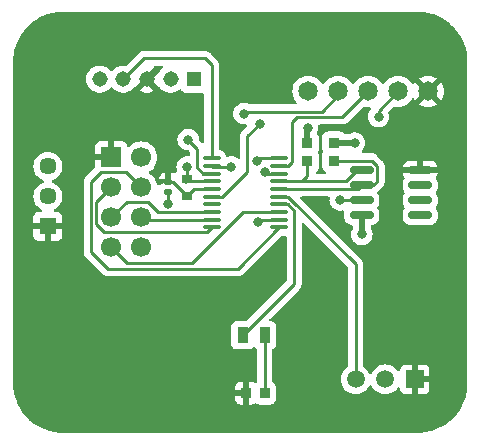
<source format=gbr>
%TF.GenerationSoftware,KiCad,Pcbnew,7.0.8*%
%TF.CreationDate,2024-02-15T00:03:28-06:00*%
%TF.ProjectId,Receiver_KiCad,52656365-6976-4657-925f-4b694361642e,rev?*%
%TF.SameCoordinates,Original*%
%TF.FileFunction,Copper,L1,Top*%
%TF.FilePolarity,Positive*%
%FSLAX46Y46*%
G04 Gerber Fmt 4.6, Leading zero omitted, Abs format (unit mm)*
G04 Created by KiCad (PCBNEW 7.0.8) date 2024-02-15 00:03:28*
%MOMM*%
%LPD*%
G01*
G04 APERTURE LIST*
G04 Aperture macros list*
%AMRoundRect*
0 Rectangle with rounded corners*
0 $1 Rounding radius*
0 $2 $3 $4 $5 $6 $7 $8 $9 X,Y pos of 4 corners*
0 Add a 4 corners polygon primitive as box body*
4,1,4,$2,$3,$4,$5,$6,$7,$8,$9,$2,$3,0*
0 Add four circle primitives for the rounded corners*
1,1,$1+$1,$2,$3*
1,1,$1+$1,$4,$5*
1,1,$1+$1,$6,$7*
1,1,$1+$1,$8,$9*
0 Add four rect primitives between the rounded corners*
20,1,$1+$1,$2,$3,$4,$5,0*
20,1,$1+$1,$4,$5,$6,$7,0*
20,1,$1+$1,$6,$7,$8,$9,0*
20,1,$1+$1,$8,$9,$2,$3,0*%
G04 Aperture macros list end*
%TA.AperFunction,SMDPad,CuDef*%
%ADD10RoundRect,0.150000X0.825000X0.150000X-0.825000X0.150000X-0.825000X-0.150000X0.825000X-0.150000X0*%
%TD*%
%TA.AperFunction,ComponentPad*%
%ADD11C,1.651000*%
%TD*%
%TA.AperFunction,SMDPad,CuDef*%
%ADD12RoundRect,0.100000X-0.637500X-0.100000X0.637500X-0.100000X0.637500X0.100000X-0.637500X0.100000X0*%
%TD*%
%TA.AperFunction,ComponentPad*%
%ADD13R,1.450000X1.450000*%
%TD*%
%TA.AperFunction,ComponentPad*%
%ADD14C,1.450000*%
%TD*%
%TA.AperFunction,ComponentPad*%
%ADD15R,1.700000X1.700000*%
%TD*%
%TA.AperFunction,ComponentPad*%
%ADD16C,1.700000*%
%TD*%
%TA.AperFunction,ComponentPad*%
%ADD17R,1.308000X1.308000*%
%TD*%
%TA.AperFunction,ComponentPad*%
%ADD18C,1.308000*%
%TD*%
%TA.AperFunction,SMDPad,CuDef*%
%ADD19R,0.810000X0.930000*%
%TD*%
%TA.AperFunction,SMDPad,CuDef*%
%ADD20R,0.970000X0.900000*%
%TD*%
%TA.AperFunction,SMDPad,CuDef*%
%ADD21RoundRect,0.075600X0.224400X0.194400X-0.224400X0.194400X-0.224400X-0.194400X0.224400X-0.194400X0*%
%TD*%
%TA.AperFunction,SMDPad,CuDef*%
%ADD22R,0.970000X1.380000*%
%TD*%
%TA.AperFunction,SMDPad,CuDef*%
%ADD23R,0.939800X0.660400*%
%TD*%
%TA.AperFunction,ComponentPad*%
%ADD24R,1.508000X1.508000*%
%TD*%
%TA.AperFunction,ComponentPad*%
%ADD25C,1.508000*%
%TD*%
%TA.AperFunction,ViaPad*%
%ADD26C,0.800000*%
%TD*%
%TA.AperFunction,Conductor*%
%ADD27C,0.250000*%
%TD*%
%TA.AperFunction,Conductor*%
%ADD28C,0.508000*%
%TD*%
G04 APERTURE END LIST*
D10*
%TO.P,U2,1*%
%TO.N,unconnected-(U2-Pad1)*%
X179490000Y-130060000D03*
%TO.P,U2,2*%
%TO.N,unconnected-(U2-Pad2)*%
X179490000Y-128790000D03*
%TO.P,U2,3*%
%TO.N,unconnected-(U2-Pad3)*%
X179490000Y-127520000D03*
%TO.P,U2,4,VSS*%
%TO.N,GND*%
X179490000Y-126250000D03*
%TO.P,U2,5,SDA*%
%TO.N,/MCU/I2C_SDA*%
X174540000Y-126250000D03*
%TO.P,U2,6,SCL*%
%TO.N,/MCU/I2C_SCL*%
X174540000Y-127520000D03*
%TO.P,U2,7,WP*%
%TO.N,/MCU/WP*%
X174540000Y-128790000D03*
%TO.P,U2,8,VDD*%
%TO.N,VDD*%
X174540000Y-130060000D03*
%TD*%
D11*
%TO.P,J4,1,1*%
%TO.N,VDD*%
X169990000Y-119560200D03*
%TO.P,J4,2,2*%
%TO.N,Net-(U1-PA13)*%
X172530000Y-119560200D03*
%TO.P,J4,3,3*%
%TO.N,Net-(U1-PA14{slash}PA15)*%
X175070000Y-119560200D03*
%TO.P,J4,4,4*%
%TO.N,Net-(U1-PF2)*%
X177610000Y-119560200D03*
%TO.P,J4,5,5*%
%TO.N,GND*%
X180150000Y-119560200D03*
%TD*%
D12*
%TO.P,U1,1,PB7/PB8*%
%TO.N,/MCU/UART1_RX*%
X161822500Y-125230000D03*
%TO.P,U1,2,PC14/PB9*%
%TO.N,/MCU/WP*%
X161822500Y-125880000D03*
%TO.P,U1,3,PC15*%
%TO.N,/MCU/SK6812_OUT*%
X161822500Y-126530000D03*
%TO.P,U1,4,VDD*%
%TO.N,VDD*%
X161822500Y-127180000D03*
%TO.P,U1,5,VSS*%
%TO.N,GND*%
X161822500Y-127830000D03*
%TO.P,U1,6,PF2*%
%TO.N,Net-(U1-PF2)*%
X161822500Y-128480000D03*
%TO.P,U1,7,PA0*%
%TO.N,unconnected-(U1-PA0-Pad7)*%
X161822500Y-129130000D03*
%TO.P,U1,8,PA1*%
%TO.N,/MCU/SPI1_SCK*%
X161822500Y-129780000D03*
%TO.P,U1,9,PA2*%
%TO.N,/MCU/SPI1_MOSI*%
X161822500Y-130430000D03*
%TO.P,U1,10,PA3*%
%TO.N,/MCU/SPI1_CE*%
X161822500Y-131080000D03*
%TO.P,U1,11,PA4*%
%TO.N,/MCU/SPI1_CSN*%
X167547500Y-131080000D03*
%TO.P,U1,12,PA5*%
%TO.N,/MCU/SPI1_IRQ*%
X167547500Y-130430000D03*
%TO.P,U1,13,PA6*%
%TO.N,/MCU/SPI1_MISO*%
X167547500Y-129780000D03*
%TO.P,U1,14,PA7*%
%TO.N,/MCU/STATUS_LED*%
X167547500Y-129130000D03*
%TO.P,U1,15,PB0/PB1/PB2/PA8*%
%TO.N,/MCU/PWM_OUT*%
X167547500Y-128480000D03*
%TO.P,U1,16,PA11/PA9*%
%TO.N,/MCU/I2C_SCL*%
X167547500Y-127830000D03*
%TO.P,U1,17,PA12/PA10*%
%TO.N,/MCU/I2C_SDA*%
X167547500Y-127180000D03*
%TO.P,U1,18,PA13*%
%TO.N,Net-(U1-PA13)*%
X167547500Y-126530000D03*
%TO.P,U1,19,PA14/PA15*%
%TO.N,Net-(U1-PA14{slash}PA15)*%
X167547500Y-125880000D03*
%TO.P,U1,20,PB3/PB4/PB5/PB6*%
%TO.N,/MCU/UART1_TX*%
X167547500Y-125230000D03*
%TD*%
D13*
%TO.P,J2,01,01*%
%TO.N,GND*%
X147960000Y-130985000D03*
D14*
%TO.P,J2,02,02*%
%TO.N,/MCU/SK6812_OUT*%
X147960000Y-128445000D03*
%TO.P,J2,03,03*%
%TO.N,+5V*%
X147960000Y-125905000D03*
%TD*%
D15*
%TO.P,U3,1,GND*%
%TO.N,GND*%
X153335000Y-125145000D03*
D16*
%TO.P,U3,2,VCC*%
%TO.N,VDD*%
X155875000Y-125145000D03*
%TO.P,U3,3,CE*%
%TO.N,/MCU/SPI1_CE*%
X153335000Y-127685000D03*
%TO.P,U3,4,~{CSN}*%
%TO.N,/MCU/SPI1_CSN*%
X155875000Y-127685000D03*
%TO.P,U3,5,SCK*%
%TO.N,/MCU/SPI1_SCK*%
X153335000Y-130225000D03*
%TO.P,U3,6,MOSI*%
%TO.N,/MCU/SPI1_MOSI*%
X155875000Y-130225000D03*
%TO.P,U3,7,MISO*%
%TO.N,/MCU/SPI1_MISO*%
X153335000Y-132765000D03*
%TO.P,U3,8,IRQ*%
%TO.N,/MCU/SPI1_IRQ*%
X155875000Y-132765000D03*
%TD*%
D17*
%TO.P,J3,1,1*%
%TO.N,+5V*%
X160350000Y-118530000D03*
D18*
%TO.P,J3,2,2*%
%TO.N,VDD*%
X158350000Y-118530000D03*
%TO.P,J3,3,3*%
%TO.N,GND*%
X156350000Y-118530000D03*
%TO.P,J3,4,4*%
%TO.N,/MCU/UART1_RX*%
X154350000Y-118530000D03*
%TO.P,J3,5,5*%
%TO.N,/MCU/UART1_TX*%
X152350000Y-118530000D03*
%TD*%
D19*
%TO.P,D1,A*%
%TO.N,Net-(D1-PadA)*%
X166350000Y-145110000D03*
%TO.P,D1,C*%
%TO.N,GND*%
X164730000Y-145110000D03*
%TD*%
D20*
%TO.P,R2,1*%
%TO.N,VDD*%
X169930000Y-123975000D03*
%TO.P,R2,2*%
%TO.N,/MCU/I2C_SDA*%
X169930000Y-125495000D03*
%TD*%
%TO.P,R1,1*%
%TO.N,VDD*%
X172170000Y-123905000D03*
%TO.P,R1,2*%
%TO.N,/MCU/I2C_SCL*%
X172170000Y-125425000D03*
%TD*%
D21*
%TO.P,C2,1*%
%TO.N,VDD*%
X158165000Y-128065000D03*
%TO.P,C2,2*%
%TO.N,GND*%
X158165000Y-127205000D03*
%TD*%
D22*
%TO.P,R3,1*%
%TO.N,/MCU/STATUS_LED*%
X164460000Y-140205000D03*
%TO.P,R3,2*%
%TO.N,Net-(D1-PadA)*%
X166320000Y-140205000D03*
%TD*%
D23*
%TO.P,C1,1*%
%TO.N,VDD*%
X159751400Y-127001400D03*
%TO.P,C1,2*%
%TO.N,GND*%
X159751400Y-128423800D03*
%TD*%
D24*
%TO.P,J1,1,1*%
%TO.N,GND*%
X179015000Y-143945000D03*
D25*
%TO.P,J1,2,2*%
%TO.N,+5V*%
X176515000Y-143945000D03*
%TO.P,J1,3,3*%
%TO.N,/MCU/PWM_OUT*%
X174015000Y-143945000D03*
%TD*%
D26*
%TO.N,VDD*%
X173930000Y-123940000D03*
X158150000Y-129055500D03*
X159750000Y-125960000D03*
X169960000Y-122670000D03*
X174540000Y-131670000D03*
%TO.N,/MCU/UART1_TX*%
X165630000Y-125450000D03*
%TO.N,Net-(U1-PA13)*%
X166305000Y-126425000D03*
X164560000Y-121440000D03*
%TO.N,Net-(U1-PF2)*%
X165890000Y-122320000D03*
X175960000Y-121710000D03*
%TO.N,/MCU/WP*%
X163490000Y-125950000D03*
X172710000Y-128770000D03*
%TO.N,/MCU/SPI1_IRQ*%
X165750000Y-130580000D03*
%TO.N,/MCU/SK6812_OUT*%
X159840000Y-123644500D03*
%TD*%
D27*
%TO.N,GND*%
X158532600Y-127205000D02*
X159751400Y-128423800D01*
X160345200Y-127830000D02*
X161822500Y-127830000D01*
X159751400Y-128423800D02*
X160345200Y-127830000D01*
X158165000Y-127205000D02*
X158532600Y-127205000D01*
%TO.N,/MCU/PWM_OUT*%
X174015000Y-134210000D02*
X174015000Y-143945000D01*
X167547500Y-128480000D02*
X168285000Y-128480000D01*
X168285000Y-128480000D02*
X174015000Y-134210000D01*
D28*
%TO.N,VDD*%
X174540000Y-130060000D02*
X174540000Y-131670000D01*
X169930000Y-123975000D02*
X169930000Y-122700000D01*
X172170000Y-123905000D02*
X173895000Y-123905000D01*
D27*
X159751400Y-125961400D02*
X159750000Y-125960000D01*
X159751400Y-127001400D02*
X159751400Y-125961400D01*
D28*
X169930000Y-122700000D02*
X169960000Y-122670000D01*
D27*
X159751400Y-127001400D02*
X159930000Y-127180000D01*
X159930000Y-127180000D02*
X161822500Y-127180000D01*
X159547800Y-127205000D02*
X159751400Y-127001400D01*
X158165000Y-128065000D02*
X158165000Y-129040500D01*
D28*
X173895000Y-123905000D02*
X173930000Y-123940000D01*
D27*
X158165000Y-129040500D02*
X158150000Y-129055500D01*
%TO.N,Net-(D1-PadA)*%
X166320000Y-145080000D02*
X166350000Y-145110000D01*
X166320000Y-140205000D02*
X166320000Y-145080000D01*
%TO.N,/MCU/UART1_RX*%
X154350000Y-118530000D02*
X156130000Y-116750000D01*
X161240000Y-116750000D02*
X161822500Y-117332500D01*
X154350000Y-118530000D02*
X154350000Y-119020000D01*
X156130000Y-116750000D02*
X161240000Y-116750000D01*
X161822500Y-117332500D02*
X161822500Y-125230000D01*
%TO.N,/MCU/UART1_TX*%
X165630000Y-125450000D02*
X165850000Y-125230000D01*
X165850000Y-125230000D02*
X167547500Y-125230000D01*
%TO.N,Net-(U1-PA13)*%
X172530000Y-119910000D02*
X171150000Y-121290000D01*
X164710000Y-121290000D02*
X164560000Y-121440000D01*
X172530000Y-119560200D02*
X172530000Y-119910000D01*
X166305000Y-126425000D02*
X166410000Y-126530000D01*
X168980000Y-121290000D02*
X164710000Y-121290000D01*
X171150000Y-121290000D02*
X168980000Y-121290000D01*
X166170000Y-126290000D02*
X166305000Y-126425000D01*
X166410000Y-126530000D02*
X167547500Y-126530000D01*
%TO.N,Net-(U1-PA14{slash}PA15)*%
X168650000Y-125515000D02*
X168285000Y-125880000D01*
X168650000Y-122180000D02*
X168650000Y-125515000D01*
X175070000Y-119560200D02*
X172890200Y-121740000D01*
X172890200Y-121740000D02*
X169090000Y-121740000D01*
X169090000Y-121740000D02*
X168650000Y-122180000D01*
X168285000Y-125880000D02*
X167547500Y-125880000D01*
%TO.N,Net-(U1-PF2)*%
X165890000Y-122320000D02*
X164860000Y-123350000D01*
X164860000Y-123350000D02*
X164860000Y-126360000D01*
X164860000Y-126360000D02*
X162740000Y-128480000D01*
X177610000Y-119560200D02*
X175960000Y-121210200D01*
X162740000Y-128480000D02*
X161822500Y-128480000D01*
X175960000Y-121210200D02*
X175960000Y-121710000D01*
%TO.N,/MCU/I2C_SCL*%
X175840000Y-125903248D02*
X175840000Y-127195000D01*
X167547500Y-127830000D02*
X174230000Y-127830000D01*
X172170000Y-125425000D02*
X175361752Y-125425000D01*
X175515000Y-127520000D02*
X174540000Y-127520000D01*
X174230000Y-127830000D02*
X174540000Y-127520000D01*
X175840000Y-127195000D02*
X175515000Y-127520000D01*
X175361752Y-125425000D02*
X175840000Y-125903248D01*
%TO.N,/MCU/I2C_SDA*%
X174163248Y-126250000D02*
X174540000Y-126250000D01*
X173233248Y-127180000D02*
X174163248Y-126250000D01*
X169930000Y-126760000D02*
X169510000Y-127180000D01*
X167547500Y-127180000D02*
X169510000Y-127180000D01*
X169510000Y-127180000D02*
X173233248Y-127180000D01*
X169930000Y-125495000D02*
X169930000Y-126760000D01*
%TO.N,/MCU/STATUS_LED*%
X168810000Y-135855000D02*
X164460000Y-140205000D01*
X167547500Y-129130000D02*
X168285000Y-129130000D01*
X168810000Y-129655000D02*
X168810000Y-135855000D01*
X168285000Y-129130000D02*
X168810000Y-129655000D01*
%TO.N,/MCU/WP*%
X174540000Y-128790000D02*
X172730000Y-128790000D01*
X163490000Y-125950000D02*
X161892500Y-125950000D01*
X172730000Y-128790000D02*
X172710000Y-128770000D01*
X161892500Y-125950000D02*
X161822500Y-125880000D01*
%TO.N,/MCU/SPI1_IRQ*%
X165900000Y-130430000D02*
X165750000Y-130580000D01*
X167547500Y-130430000D02*
X165900000Y-130430000D01*
%TO.N,/MCU/SK6812_OUT*%
X161133958Y-126530000D02*
X161822500Y-126530000D01*
X159840000Y-123644500D02*
X160600000Y-124404500D01*
X160600000Y-124404500D02*
X160600000Y-125996042D01*
X160600000Y-125996042D02*
X161133958Y-126530000D01*
%TO.N,/MCU/SPI1_MOSI*%
X156080000Y-130430000D02*
X155875000Y-130225000D01*
X161822500Y-130430000D02*
X156080000Y-130430000D01*
%TO.N,/MCU/SPI1_SCK*%
X161822500Y-129780000D02*
X157320000Y-129780000D01*
X157320000Y-129780000D02*
X156440000Y-128900000D01*
X154660000Y-128900000D02*
X153335000Y-130225000D01*
X156440000Y-128900000D02*
X154660000Y-128900000D01*
%TO.N,/MCU/SPI1_MISO*%
X160131042Y-134110000D02*
X154680000Y-134110000D01*
X154680000Y-134110000D02*
X153335000Y-132765000D01*
X164461042Y-129780000D02*
X160131042Y-134110000D01*
X167547500Y-129780000D02*
X164461042Y-129780000D01*
%TO.N,/MCU/SPI1_CSN*%
X151610000Y-133150000D02*
X151610000Y-127260000D01*
X164067500Y-134560000D02*
X153020000Y-134560000D01*
X153020000Y-134560000D02*
X151610000Y-133150000D01*
X151610000Y-127260000D02*
X152460000Y-126410000D01*
X167547500Y-131080000D02*
X164067500Y-134560000D01*
X152460000Y-126410000D02*
X154600000Y-126410000D01*
X154600000Y-126410000D02*
X155875000Y-127685000D01*
%TO.N,/MCU/SPI1_CE*%
X161822500Y-131080000D02*
X161392500Y-131510000D01*
X161392500Y-131510000D02*
X152750000Y-131510000D01*
X152750000Y-131510000D02*
X152060000Y-130820000D01*
X152060000Y-130820000D02*
X152060000Y-128960000D01*
X152060000Y-128960000D02*
X153335000Y-127685000D01*
%TD*%
%TA.AperFunction,Conductor*%
%TO.N,GND*%
G36*
X157652740Y-117395185D02*
G01*
X157698495Y-117447989D01*
X157708439Y-117517147D01*
X157679414Y-117580703D01*
X157655624Y-117600969D01*
X157655860Y-117601282D01*
X157651283Y-117604738D01*
X157651279Y-117604740D01*
X157651278Y-117604742D01*
X157493159Y-117748886D01*
X157493158Y-117748887D01*
X157411495Y-117857026D01*
X157355386Y-117898662D01*
X157331478Y-117902073D01*
X156747953Y-118485598D01*
X156735165Y-118404852D01*
X156677641Y-118291955D01*
X156588045Y-118202359D01*
X156475148Y-118144835D01*
X156394399Y-118132046D01*
X156969913Y-117556533D01*
X156964954Y-117513790D01*
X156976782Y-117444929D01*
X157023961Y-117393394D01*
X157088128Y-117375500D01*
X157585701Y-117375500D01*
X157652740Y-117395185D01*
G37*
%TD.AperFunction*%
%TA.AperFunction,Conductor*%
G36*
X179705457Y-112840594D02*
G01*
X179849439Y-112860679D01*
X180052112Y-112890743D01*
X180057174Y-112891712D01*
X180251083Y-112937319D01*
X180446228Y-112986201D01*
X180450842Y-112987550D01*
X180641358Y-113051404D01*
X180829448Y-113118704D01*
X180833599Y-113120360D01*
X180871263Y-113136991D01*
X181018356Y-113201940D01*
X181198292Y-113287043D01*
X181201946Y-113288922D01*
X181296202Y-113341422D01*
X181378981Y-113387530D01*
X181378988Y-113387534D01*
X181549463Y-113489713D01*
X181552593Y-113491720D01*
X181720168Y-113606512D01*
X181879765Y-113724876D01*
X181882346Y-113726903D01*
X182032259Y-113851389D01*
X182038908Y-113856911D01*
X182186147Y-113990361D01*
X182188311Y-113992421D01*
X182331252Y-114135362D01*
X182333342Y-114137557D01*
X182464969Y-114282785D01*
X182466801Y-114284806D01*
X182596767Y-114441320D01*
X182598867Y-114443995D01*
X182717185Y-114603527D01*
X182831972Y-114771096D01*
X182834002Y-114774261D01*
X182936178Y-114944732D01*
X183034765Y-115121731D01*
X183036648Y-115125392D01*
X183121769Y-115305362D01*
X183203340Y-115490104D01*
X183204998Y-115494261D01*
X183272285Y-115682312D01*
X183336146Y-115872849D01*
X183337503Y-115877489D01*
X183386387Y-116072648D01*
X183431979Y-116266490D01*
X183432955Y-116271590D01*
X183458658Y-116444858D01*
X183460000Y-116463053D01*
X183460000Y-144805706D01*
X183458658Y-144823901D01*
X183429257Y-145022101D01*
X183428281Y-145027201D01*
X183382691Y-145221037D01*
X183333797Y-145416226D01*
X183332441Y-145420865D01*
X183268588Y-145611379D01*
X183201298Y-145799437D01*
X183199639Y-145803594D01*
X183118052Y-145988373D01*
X183032961Y-146168281D01*
X183031078Y-146171943D01*
X182932464Y-146348990D01*
X182830303Y-146519436D01*
X182828273Y-146522601D01*
X182713497Y-146690154D01*
X182595142Y-146849735D01*
X182593042Y-146852411D01*
X182463101Y-147008893D01*
X182329657Y-147156126D01*
X182327558Y-147158330D01*
X182184630Y-147301258D01*
X182182426Y-147303357D01*
X182035193Y-147436801D01*
X181878711Y-147566742D01*
X181876035Y-147568842D01*
X181716454Y-147687197D01*
X181548901Y-147801973D01*
X181545736Y-147804003D01*
X181375290Y-147906164D01*
X181198243Y-148004778D01*
X181194581Y-148006661D01*
X181014673Y-148091752D01*
X180829894Y-148173339D01*
X180825737Y-148174998D01*
X180637679Y-148242288D01*
X180447165Y-148306141D01*
X180442526Y-148307497D01*
X180247336Y-148356391D01*
X180053498Y-148401981D01*
X180048399Y-148402957D01*
X179845647Y-148433033D01*
X179652485Y-148459977D01*
X179646959Y-148460497D01*
X179422575Y-148471521D01*
X179251447Y-148479432D01*
X179248576Y-148479498D01*
X149257734Y-148475801D01*
X149254879Y-148475735D01*
X149083720Y-148467822D01*
X148859338Y-148456797D01*
X148853812Y-148456277D01*
X148660652Y-148429333D01*
X148457899Y-148399257D01*
X148452800Y-148398281D01*
X148258954Y-148352689D01*
X148063775Y-148303798D01*
X148059136Y-148302442D01*
X147868641Y-148238595D01*
X147680550Y-148171294D01*
X147676393Y-148169635D01*
X147491643Y-148088059D01*
X147311706Y-148002955D01*
X147308044Y-148001072D01*
X147131018Y-147902469D01*
X146974539Y-147808679D01*
X146960553Y-147800297D01*
X146957390Y-147798268D01*
X146789845Y-147683497D01*
X146630244Y-147565130D01*
X146627643Y-147563088D01*
X146531190Y-147482994D01*
X146471092Y-147433088D01*
X146392628Y-147361973D01*
X146323854Y-147299640D01*
X146321686Y-147297576D01*
X146178741Y-147154630D01*
X146176659Y-147152445D01*
X146043197Y-147005191D01*
X145913231Y-146848678D01*
X145911131Y-146846003D01*
X145792819Y-146686478D01*
X145678023Y-146518898D01*
X145676009Y-146515757D01*
X145573816Y-146345258D01*
X145475233Y-146168267D01*
X145473350Y-146164605D01*
X145404385Y-146018793D01*
X145388221Y-145984616D01*
X145306650Y-145799874D01*
X145305005Y-145795751D01*
X145237718Y-145607699D01*
X145173843Y-145417122D01*
X145172506Y-145412546D01*
X145159344Y-145360000D01*
X163825000Y-145360000D01*
X163825000Y-145622844D01*
X163831401Y-145682372D01*
X163831403Y-145682379D01*
X163881645Y-145817086D01*
X163881649Y-145817093D01*
X163967809Y-145932187D01*
X163967812Y-145932190D01*
X164082906Y-146018350D01*
X164082913Y-146018354D01*
X164217620Y-146068596D01*
X164217627Y-146068598D01*
X164277155Y-146074999D01*
X164277172Y-146075000D01*
X164480000Y-146075000D01*
X164480000Y-145360000D01*
X163825000Y-145360000D01*
X145159344Y-145360000D01*
X145123609Y-145217338D01*
X145116041Y-145185160D01*
X145078013Y-145023479D01*
X145077045Y-145018419D01*
X145053546Y-144860000D01*
X163825000Y-144860000D01*
X164480000Y-144860000D01*
X164480000Y-144145000D01*
X164277155Y-144145000D01*
X164217627Y-144151401D01*
X164217620Y-144151403D01*
X164082913Y-144201645D01*
X164082906Y-144201649D01*
X163967812Y-144287809D01*
X163967809Y-144287812D01*
X163881649Y-144402906D01*
X163881645Y-144402913D01*
X163831403Y-144537620D01*
X163831401Y-144537627D01*
X163825000Y-144597155D01*
X163825000Y-144860000D01*
X145053546Y-144860000D01*
X145046969Y-144815661D01*
X145044610Y-144798751D01*
X145020018Y-144622457D01*
X145019501Y-144616958D01*
X145008490Y-144392848D01*
X145000565Y-144221448D01*
X145000500Y-144218577D01*
X145000502Y-144207319D01*
X145002649Y-128445001D01*
X146729819Y-128445001D01*
X146748507Y-128658613D01*
X146748509Y-128658624D01*
X146804005Y-128865739D01*
X146804007Y-128865743D01*
X146804008Y-128865747D01*
X146838444Y-128939595D01*
X146894631Y-129060090D01*
X146952892Y-129143294D01*
X147017627Y-129235745D01*
X147169255Y-129387373D01*
X147344909Y-129510368D01*
X147372502Y-129523235D01*
X147373324Y-129523618D01*
X147425763Y-129569791D01*
X147444915Y-129636984D01*
X147424699Y-129703865D01*
X147371534Y-129749200D01*
X147320919Y-129760000D01*
X147187155Y-129760000D01*
X147127627Y-129766401D01*
X147127620Y-129766403D01*
X146992913Y-129816645D01*
X146992906Y-129816649D01*
X146877812Y-129902809D01*
X146877809Y-129902812D01*
X146791649Y-130017906D01*
X146791645Y-130017913D01*
X146741403Y-130152620D01*
X146741401Y-130152627D01*
X146735000Y-130212155D01*
X146735000Y-130735000D01*
X147465148Y-130735000D01*
X147416441Y-130872047D01*
X147406123Y-131022886D01*
X147436884Y-131170915D01*
X147470090Y-131235000D01*
X146735000Y-131235000D01*
X146735000Y-131757844D01*
X146741401Y-131817372D01*
X146741403Y-131817379D01*
X146791645Y-131952086D01*
X146791649Y-131952093D01*
X146877809Y-132067187D01*
X146877812Y-132067190D01*
X146992906Y-132153350D01*
X146992913Y-132153354D01*
X147127620Y-132203596D01*
X147127627Y-132203598D01*
X147187155Y-132209999D01*
X147187172Y-132210000D01*
X147710000Y-132210000D01*
X147710000Y-131476683D01*
X147738819Y-131494209D01*
X147884404Y-131535000D01*
X147997622Y-131535000D01*
X148109783Y-131519584D01*
X148210000Y-131476053D01*
X148210000Y-132210000D01*
X148732828Y-132210000D01*
X148732844Y-132209999D01*
X148792372Y-132203598D01*
X148792379Y-132203596D01*
X148927086Y-132153354D01*
X148927093Y-132153350D01*
X149042187Y-132067190D01*
X149042190Y-132067187D01*
X149128350Y-131952093D01*
X149128354Y-131952086D01*
X149178596Y-131817379D01*
X149178598Y-131817372D01*
X149184999Y-131757844D01*
X149185000Y-131757827D01*
X149185000Y-131235000D01*
X148454852Y-131235000D01*
X148503559Y-131097953D01*
X148513877Y-130947114D01*
X148483116Y-130799085D01*
X148449910Y-130735000D01*
X149185000Y-130735000D01*
X149185000Y-130212172D01*
X149184999Y-130212155D01*
X149178598Y-130152627D01*
X149178596Y-130152620D01*
X149128354Y-130017913D01*
X149128350Y-130017906D01*
X149042190Y-129902812D01*
X149042187Y-129902809D01*
X148927093Y-129816649D01*
X148927086Y-129816645D01*
X148792379Y-129766403D01*
X148792372Y-129766401D01*
X148732844Y-129760000D01*
X148599081Y-129760000D01*
X148532042Y-129740315D01*
X148486287Y-129687511D01*
X148476343Y-129618353D01*
X148505368Y-129554797D01*
X148546676Y-129523618D01*
X148547491Y-129523238D01*
X148575091Y-129510368D01*
X148750745Y-129387373D01*
X148902373Y-129235745D01*
X149025368Y-129060091D01*
X149115992Y-128865747D01*
X149171492Y-128658619D01*
X149190181Y-128445000D01*
X149171492Y-128231381D01*
X149115992Y-128024253D01*
X149025368Y-127829910D01*
X148985220Y-127772573D01*
X148902376Y-127654259D01*
X148902371Y-127654253D01*
X148750745Y-127502627D01*
X148689469Y-127459721D01*
X148575091Y-127379632D01*
X148380747Y-127289008D01*
X148380744Y-127289007D01*
X148377259Y-127287382D01*
X148324820Y-127241210D01*
X148324531Y-127240195D01*
X150979840Y-127240195D01*
X150984225Y-127286583D01*
X150984500Y-127292421D01*
X150984500Y-133067255D01*
X150982775Y-133082872D01*
X150983061Y-133082899D01*
X150982326Y-133090665D01*
X150984500Y-133159814D01*
X150984500Y-133189343D01*
X150984501Y-133189360D01*
X150985368Y-133196231D01*
X150985826Y-133202050D01*
X150987290Y-133248624D01*
X150987291Y-133248627D01*
X150992880Y-133267867D01*
X150996824Y-133286911D01*
X150999336Y-133306791D01*
X151016490Y-133350119D01*
X151018382Y-133355647D01*
X151031382Y-133400390D01*
X151038254Y-133412011D01*
X151041580Y-133417634D01*
X151050138Y-133435103D01*
X151057514Y-133453732D01*
X151084898Y-133491423D01*
X151088106Y-133496307D01*
X151111827Y-133536416D01*
X151111833Y-133536424D01*
X151125990Y-133550580D01*
X151138628Y-133565376D01*
X151150405Y-133581586D01*
X151150406Y-133581587D01*
X151186309Y-133611288D01*
X151190620Y-133615210D01*
X152509684Y-134934275D01*
X152519197Y-134943788D01*
X152529022Y-134956051D01*
X152529243Y-134955869D01*
X152534214Y-134961878D01*
X152555043Y-134981437D01*
X152584635Y-135009226D01*
X152605529Y-135030120D01*
X152611011Y-135034373D01*
X152615443Y-135038157D01*
X152649418Y-135070062D01*
X152666976Y-135079714D01*
X152683235Y-135090395D01*
X152699064Y-135102673D01*
X152741838Y-135121182D01*
X152747056Y-135123738D01*
X152787908Y-135146197D01*
X152807316Y-135151180D01*
X152825717Y-135157480D01*
X152844104Y-135165437D01*
X152887488Y-135172308D01*
X152890119Y-135172725D01*
X152895839Y-135173909D01*
X152940981Y-135185500D01*
X152961016Y-135185500D01*
X152980414Y-135187026D01*
X153000194Y-135190159D01*
X153000195Y-135190160D01*
X153000195Y-135190159D01*
X153000196Y-135190160D01*
X153046584Y-135185775D01*
X153052422Y-135185500D01*
X163984757Y-135185500D01*
X164000377Y-135187224D01*
X164000404Y-135186939D01*
X164008160Y-135187671D01*
X164008167Y-135187673D01*
X164077314Y-135185500D01*
X164106850Y-135185500D01*
X164113728Y-135184630D01*
X164119541Y-135184172D01*
X164166127Y-135182709D01*
X164185369Y-135177117D01*
X164204412Y-135173174D01*
X164224292Y-135170664D01*
X164267622Y-135153507D01*
X164273146Y-135151617D01*
X164276896Y-135150527D01*
X164317890Y-135138618D01*
X164335129Y-135128422D01*
X164352603Y-135119862D01*
X164371227Y-135112488D01*
X164371227Y-135112487D01*
X164371232Y-135112486D01*
X164408949Y-135085082D01*
X164413805Y-135081892D01*
X164453920Y-135058170D01*
X164468089Y-135043999D01*
X164482879Y-135031368D01*
X164499087Y-135019594D01*
X164528799Y-134983676D01*
X164532712Y-134979376D01*
X167695272Y-131816818D01*
X167756595Y-131783333D01*
X167782953Y-131780499D01*
X168060500Y-131780499D01*
X168127539Y-131800184D01*
X168173294Y-131852988D01*
X168184500Y-131904499D01*
X168184500Y-135544546D01*
X168164815Y-135611585D01*
X168148181Y-135632227D01*
X164802226Y-138978181D01*
X164740903Y-139011666D01*
X164714545Y-139014500D01*
X163927129Y-139014500D01*
X163927123Y-139014501D01*
X163867516Y-139020908D01*
X163732671Y-139071202D01*
X163732664Y-139071206D01*
X163617455Y-139157452D01*
X163617452Y-139157455D01*
X163531206Y-139272664D01*
X163531202Y-139272671D01*
X163480908Y-139407517D01*
X163474501Y-139467116D01*
X163474501Y-139467123D01*
X163474500Y-139467135D01*
X163474500Y-140942870D01*
X163474501Y-140942876D01*
X163480908Y-141002483D01*
X163531202Y-141137328D01*
X163531206Y-141137335D01*
X163617452Y-141252544D01*
X163617455Y-141252547D01*
X163732664Y-141338793D01*
X163732671Y-141338797D01*
X163867517Y-141389091D01*
X163867516Y-141389091D01*
X163874444Y-141389835D01*
X163927127Y-141395500D01*
X164992872Y-141395499D01*
X165052483Y-141389091D01*
X165187331Y-141338796D01*
X165302546Y-141252546D01*
X165302545Y-141252546D01*
X165309645Y-141247232D01*
X165310463Y-141248325D01*
X165363642Y-141219288D01*
X165433334Y-141224272D01*
X165469934Y-141247794D01*
X165470355Y-141247232D01*
X165592664Y-141338793D01*
X165592672Y-141338798D01*
X165613829Y-141346688D01*
X165669764Y-141388557D01*
X165694184Y-141454020D01*
X165694500Y-141462871D01*
X165694500Y-144145249D01*
X165674815Y-144212288D01*
X165644812Y-144244515D01*
X165613895Y-144267660D01*
X165548431Y-144292078D01*
X165480158Y-144277227D01*
X165465272Y-144267661D01*
X165377088Y-144201646D01*
X165377086Y-144201645D01*
X165242379Y-144151403D01*
X165242372Y-144151401D01*
X165182844Y-144145000D01*
X164980000Y-144145000D01*
X164980000Y-146075000D01*
X165182828Y-146075000D01*
X165182844Y-146074999D01*
X165242372Y-146068598D01*
X165242379Y-146068596D01*
X165377086Y-146018354D01*
X165377089Y-146018352D01*
X165465271Y-145952339D01*
X165530735Y-145927921D01*
X165599008Y-145942772D01*
X165613887Y-145952334D01*
X165702076Y-146018352D01*
X165702668Y-146018795D01*
X165702671Y-146018797D01*
X165837517Y-146069091D01*
X165837516Y-146069091D01*
X165844444Y-146069835D01*
X165897127Y-146075500D01*
X166802872Y-146075499D01*
X166862483Y-146069091D01*
X166997331Y-146018796D01*
X167112546Y-145932546D01*
X167198796Y-145817331D01*
X167249091Y-145682483D01*
X167255500Y-145622873D01*
X167255499Y-144597128D01*
X167249091Y-144537517D01*
X167214584Y-144445000D01*
X167198797Y-144402671D01*
X167198793Y-144402664D01*
X167112547Y-144287455D01*
X167098884Y-144277227D01*
X167055187Y-144244515D01*
X166995188Y-144199599D01*
X166953318Y-144143665D01*
X166945500Y-144100333D01*
X166945500Y-141462871D01*
X166965185Y-141395832D01*
X167017989Y-141350077D01*
X167026171Y-141346688D01*
X167047327Y-141338798D01*
X167047329Y-141338796D01*
X167047331Y-141338796D01*
X167162546Y-141252546D01*
X167248796Y-141137331D01*
X167299091Y-141002483D01*
X167305500Y-140942873D01*
X167305499Y-139467128D01*
X167299091Y-139407517D01*
X167248796Y-139272669D01*
X167248795Y-139272668D01*
X167248793Y-139272664D01*
X167162547Y-139157455D01*
X167162544Y-139157452D01*
X167047335Y-139071206D01*
X167047328Y-139071202D01*
X166912482Y-139020908D01*
X166912483Y-139020908D01*
X166852883Y-139014501D01*
X166852881Y-139014500D01*
X166852873Y-139014500D01*
X166852865Y-139014500D01*
X166834452Y-139014500D01*
X166767413Y-138994815D01*
X166721658Y-138942011D01*
X166711714Y-138872853D01*
X166740739Y-138809297D01*
X166746771Y-138802819D01*
X169193788Y-136355801D01*
X169206042Y-136345986D01*
X169205859Y-136345764D01*
X169211866Y-136340792D01*
X169211877Y-136340786D01*
X169242775Y-136307882D01*
X169259227Y-136290364D01*
X169269671Y-136279918D01*
X169280120Y-136269471D01*
X169284379Y-136263978D01*
X169288152Y-136259561D01*
X169320062Y-136225582D01*
X169329715Y-136208020D01*
X169340389Y-136191770D01*
X169352673Y-136175936D01*
X169371180Y-136133167D01*
X169373749Y-136127924D01*
X169396196Y-136087093D01*
X169396197Y-136087092D01*
X169401177Y-136067691D01*
X169407478Y-136049288D01*
X169415438Y-136030896D01*
X169422730Y-135984849D01*
X169423911Y-135979152D01*
X169435500Y-135934019D01*
X169435500Y-135913983D01*
X169437027Y-135894582D01*
X169440160Y-135874804D01*
X169435775Y-135828415D01*
X169435500Y-135822577D01*
X169435500Y-130814452D01*
X169455185Y-130747413D01*
X169507989Y-130701658D01*
X169577147Y-130691714D01*
X169640703Y-130720739D01*
X169647181Y-130726771D01*
X173353181Y-134432771D01*
X173386666Y-134494094D01*
X173389500Y-134520452D01*
X173389500Y-142786967D01*
X173369815Y-142854006D01*
X173336624Y-142888542D01*
X173205543Y-142980326D01*
X173205541Y-142980327D01*
X173050327Y-143135541D01*
X173050322Y-143135547D01*
X172924423Y-143315349D01*
X172924419Y-143315357D01*
X172831655Y-143514291D01*
X172774839Y-143726324D01*
X172774838Y-143726331D01*
X172755708Y-143944997D01*
X172755708Y-143945002D01*
X172774838Y-144163668D01*
X172774839Y-144163675D01*
X172786534Y-144207319D01*
X172831653Y-144375703D01*
X172831654Y-144375706D01*
X172831655Y-144375708D01*
X172924419Y-144574642D01*
X172924423Y-144574650D01*
X173050322Y-144754452D01*
X173050327Y-144754458D01*
X173205541Y-144909672D01*
X173205547Y-144909677D01*
X173385349Y-145035576D01*
X173385351Y-145035577D01*
X173385354Y-145035579D01*
X173584297Y-145128347D01*
X173796326Y-145185161D01*
X173952521Y-145198826D01*
X174014998Y-145204292D01*
X174015000Y-145204292D01*
X174015002Y-145204292D01*
X174075501Y-145198999D01*
X174233674Y-145185161D01*
X174445703Y-145128347D01*
X174644646Y-145035579D01*
X174824457Y-144909674D01*
X174979674Y-144754457D01*
X175105579Y-144574646D01*
X175152618Y-144473770D01*
X175198790Y-144421330D01*
X175265983Y-144402178D01*
X175332865Y-144422393D01*
X175377382Y-144473770D01*
X175424419Y-144574642D01*
X175424423Y-144574650D01*
X175550322Y-144754452D01*
X175550327Y-144754458D01*
X175705541Y-144909672D01*
X175705547Y-144909677D01*
X175885349Y-145035576D01*
X175885351Y-145035577D01*
X175885354Y-145035579D01*
X176084297Y-145128347D01*
X176296326Y-145185161D01*
X176452521Y-145198826D01*
X176514998Y-145204292D01*
X176515000Y-145204292D01*
X176515002Y-145204292D01*
X176575501Y-145198999D01*
X176733674Y-145185161D01*
X176945703Y-145128347D01*
X177144646Y-145035579D01*
X177324457Y-144909674D01*
X177479674Y-144754457D01*
X177535425Y-144674835D01*
X177590001Y-144631211D01*
X177659500Y-144624017D01*
X177721855Y-144655540D01*
X177757269Y-144715769D01*
X177760699Y-144743527D01*
X177760823Y-144743521D01*
X177760917Y-144745295D01*
X177761000Y-144745959D01*
X177761000Y-144746844D01*
X177767401Y-144806372D01*
X177767403Y-144806379D01*
X177817645Y-144941086D01*
X177817649Y-144941093D01*
X177903809Y-145056187D01*
X177903812Y-145056190D01*
X178018906Y-145142350D01*
X178018913Y-145142354D01*
X178153620Y-145192596D01*
X178153627Y-145192598D01*
X178213155Y-145198999D01*
X178213172Y-145199000D01*
X178765000Y-145199000D01*
X178765000Y-144380501D01*
X178872685Y-144429680D01*
X178979237Y-144445000D01*
X179050763Y-144445000D01*
X179157315Y-144429680D01*
X179265000Y-144380501D01*
X179265000Y-145199000D01*
X179816828Y-145199000D01*
X179816844Y-145198999D01*
X179876372Y-145192598D01*
X179876379Y-145192596D01*
X180011086Y-145142354D01*
X180011093Y-145142350D01*
X180126187Y-145056190D01*
X180126190Y-145056187D01*
X180212350Y-144941093D01*
X180212354Y-144941086D01*
X180262596Y-144806379D01*
X180262598Y-144806372D01*
X180268999Y-144746844D01*
X180269000Y-144746827D01*
X180269000Y-144195000D01*
X179448686Y-144195000D01*
X179474493Y-144154844D01*
X179515000Y-144016889D01*
X179515000Y-143873111D01*
X179474493Y-143735156D01*
X179448686Y-143695000D01*
X180269000Y-143695000D01*
X180269000Y-143143172D01*
X180268999Y-143143155D01*
X180262598Y-143083627D01*
X180262596Y-143083620D01*
X180212354Y-142948913D01*
X180212350Y-142948906D01*
X180126190Y-142833812D01*
X180126187Y-142833809D01*
X180011093Y-142747649D01*
X180011086Y-142747645D01*
X179876379Y-142697403D01*
X179876372Y-142697401D01*
X179816844Y-142691000D01*
X179265000Y-142691000D01*
X179265000Y-143509498D01*
X179157315Y-143460320D01*
X179050763Y-143445000D01*
X178979237Y-143445000D01*
X178872685Y-143460320D01*
X178765000Y-143509498D01*
X178765000Y-142691000D01*
X178213155Y-142691000D01*
X178153627Y-142697401D01*
X178153620Y-142697403D01*
X178018913Y-142747645D01*
X178018906Y-142747649D01*
X177903812Y-142833809D01*
X177903809Y-142833812D01*
X177817649Y-142948906D01*
X177817645Y-142948913D01*
X177767403Y-143083620D01*
X177767401Y-143083627D01*
X177761000Y-143143155D01*
X177761000Y-143144040D01*
X177760943Y-143144233D01*
X177760823Y-143146479D01*
X177760644Y-143146469D01*
X177760644Y-143146475D01*
X177760540Y-143146463D01*
X177760292Y-143146450D01*
X177741315Y-143211079D01*
X177688511Y-143256834D01*
X177619353Y-143266778D01*
X177555797Y-143237753D01*
X177535425Y-143215164D01*
X177487331Y-143146479D01*
X177479674Y-143135543D01*
X177324457Y-142980326D01*
X177324455Y-142980325D01*
X177324452Y-142980322D01*
X177144650Y-142854423D01*
X177144642Y-142854419D01*
X176945708Y-142761655D01*
X176945706Y-142761654D01*
X176945703Y-142761653D01*
X176794885Y-142721240D01*
X176733675Y-142704839D01*
X176733668Y-142704838D01*
X176515002Y-142685708D01*
X176514998Y-142685708D01*
X176296331Y-142704838D01*
X176296324Y-142704839D01*
X176173902Y-142737642D01*
X176084297Y-142761653D01*
X176084295Y-142761653D01*
X176084291Y-142761655D01*
X175885357Y-142854419D01*
X175885349Y-142854423D01*
X175705547Y-142980322D01*
X175705541Y-142980327D01*
X175550327Y-143135541D01*
X175550322Y-143135547D01*
X175424423Y-143315349D01*
X175424421Y-143315353D01*
X175377382Y-143416230D01*
X175331210Y-143468669D01*
X175264016Y-143487821D01*
X175197135Y-143467605D01*
X175152618Y-143416230D01*
X175105580Y-143315357D01*
X175105579Y-143315354D01*
X175105577Y-143315351D01*
X175105576Y-143315349D01*
X174979677Y-143135547D01*
X174979672Y-143135541D01*
X174824458Y-142980327D01*
X174824457Y-142980326D01*
X174693376Y-142888542D01*
X174649752Y-142833965D01*
X174640500Y-142786967D01*
X174640500Y-134292742D01*
X174642224Y-134277122D01*
X174641939Y-134277095D01*
X174642673Y-134269333D01*
X174640500Y-134200172D01*
X174640500Y-134170656D01*
X174640500Y-134170650D01*
X174639631Y-134163779D01*
X174639173Y-134157952D01*
X174637710Y-134111373D01*
X174632119Y-134092130D01*
X174628173Y-134073078D01*
X174625664Y-134053208D01*
X174608504Y-134009867D01*
X174606624Y-134004379D01*
X174593618Y-133959610D01*
X174583422Y-133942370D01*
X174574861Y-133924894D01*
X174567487Y-133906270D01*
X174561610Y-133898181D01*
X174540079Y-133868545D01*
X174536888Y-133863686D01*
X174535897Y-133862011D01*
X174513170Y-133823580D01*
X174513168Y-133823578D01*
X174513165Y-133823574D01*
X174499006Y-133809415D01*
X174486368Y-133794619D01*
X174485085Y-133792853D01*
X174474594Y-133778413D01*
X174438688Y-133748709D01*
X174434376Y-133744786D01*
X169356772Y-128667181D01*
X169323287Y-128605858D01*
X169328271Y-128536166D01*
X169370143Y-128480233D01*
X169435607Y-128455816D01*
X169444453Y-128455500D01*
X171699879Y-128455500D01*
X171766918Y-128475185D01*
X171812673Y-128527989D01*
X171823199Y-128592459D01*
X171813241Y-128687216D01*
X171805849Y-128757550D01*
X171804540Y-128770000D01*
X171824326Y-128958256D01*
X171824327Y-128958259D01*
X171882818Y-129138277D01*
X171882821Y-129138284D01*
X171977467Y-129302216D01*
X172053593Y-129386762D01*
X172104129Y-129442888D01*
X172257265Y-129554148D01*
X172257270Y-129554151D01*
X172430192Y-129631142D01*
X172430197Y-129631144D01*
X172615354Y-129670500D01*
X172615355Y-129670500D01*
X172804644Y-129670500D01*
X172804646Y-129670500D01*
X172924435Y-129645038D01*
X172994102Y-129650354D01*
X173049836Y-129692491D01*
X173073941Y-129758071D01*
X173069293Y-129800920D01*
X173067402Y-129807426D01*
X173067401Y-129807432D01*
X173064500Y-129844304D01*
X173064500Y-130275696D01*
X173067401Y-130312567D01*
X173067402Y-130312573D01*
X173113254Y-130470393D01*
X173113255Y-130470396D01*
X173113256Y-130470398D01*
X173139687Y-130515090D01*
X173196917Y-130611862D01*
X173196923Y-130611870D01*
X173313129Y-130728076D01*
X173313133Y-130728079D01*
X173313135Y-130728081D01*
X173454602Y-130811744D01*
X173463923Y-130814452D01*
X173612426Y-130857597D01*
X173612429Y-130857597D01*
X173612431Y-130857598D01*
X173624722Y-130858565D01*
X173649304Y-130860500D01*
X173649306Y-130860500D01*
X173661500Y-130860500D01*
X173728539Y-130880185D01*
X173774294Y-130932989D01*
X173785500Y-130984500D01*
X173785500Y-131142606D01*
X173768888Y-131204604D01*
X173724950Y-131280709D01*
X173712820Y-131301718D01*
X173712818Y-131301722D01*
X173661364Y-131460083D01*
X173654326Y-131481744D01*
X173634540Y-131670000D01*
X173654326Y-131858256D01*
X173654327Y-131858259D01*
X173712818Y-132038277D01*
X173712821Y-132038284D01*
X173807467Y-132202216D01*
X173889180Y-132292967D01*
X173934129Y-132342888D01*
X174087265Y-132454148D01*
X174087270Y-132454151D01*
X174260192Y-132531142D01*
X174260197Y-132531144D01*
X174445354Y-132570500D01*
X174445355Y-132570500D01*
X174634644Y-132570500D01*
X174634646Y-132570500D01*
X174819803Y-132531144D01*
X174992730Y-132454151D01*
X175145871Y-132342888D01*
X175272533Y-132202216D01*
X175367179Y-132038284D01*
X175425674Y-131858256D01*
X175445460Y-131670000D01*
X175425674Y-131481744D01*
X175367179Y-131301716D01*
X175311111Y-131204604D01*
X175294500Y-131142606D01*
X175294500Y-130984500D01*
X175314185Y-130917461D01*
X175366989Y-130871706D01*
X175418500Y-130860500D01*
X175430696Y-130860500D01*
X175449131Y-130859049D01*
X175467569Y-130857598D01*
X175467571Y-130857597D01*
X175467573Y-130857597D01*
X175509191Y-130845505D01*
X175625398Y-130811744D01*
X175766865Y-130728081D01*
X175883081Y-130611865D01*
X175966744Y-130470398D01*
X176012598Y-130312569D01*
X176015500Y-130275696D01*
X178014500Y-130275696D01*
X178017401Y-130312567D01*
X178017402Y-130312573D01*
X178063254Y-130470393D01*
X178063255Y-130470396D01*
X178063256Y-130470398D01*
X178089687Y-130515090D01*
X178146917Y-130611862D01*
X178146923Y-130611870D01*
X178263129Y-130728076D01*
X178263133Y-130728079D01*
X178263135Y-130728081D01*
X178404602Y-130811744D01*
X178413923Y-130814452D01*
X178562426Y-130857597D01*
X178562429Y-130857597D01*
X178562431Y-130857598D01*
X178574722Y-130858565D01*
X178599304Y-130860500D01*
X178599306Y-130860500D01*
X180380696Y-130860500D01*
X180399131Y-130859049D01*
X180417569Y-130857598D01*
X180417571Y-130857597D01*
X180417573Y-130857597D01*
X180459191Y-130845505D01*
X180575398Y-130811744D01*
X180716865Y-130728081D01*
X180833081Y-130611865D01*
X180916744Y-130470398D01*
X180962598Y-130312569D01*
X180965500Y-130275694D01*
X180965500Y-129844306D01*
X180962598Y-129807431D01*
X180960706Y-129800920D01*
X180916745Y-129649606D01*
X180916744Y-129649603D01*
X180916744Y-129649602D01*
X180833081Y-129508135D01*
X180833078Y-129508132D01*
X180828298Y-129501969D01*
X180830750Y-129500066D01*
X180804155Y-129451421D01*
X180809104Y-129381726D01*
X180829940Y-129349304D01*
X180828298Y-129348031D01*
X180833075Y-129341870D01*
X180833081Y-129341865D01*
X180916744Y-129200398D01*
X180962598Y-129042569D01*
X180965500Y-129005694D01*
X180965500Y-128574306D01*
X180962598Y-128537431D01*
X180962230Y-128536166D01*
X180925515Y-128409791D01*
X180916744Y-128379602D01*
X180833081Y-128238135D01*
X180833078Y-128238132D01*
X180828298Y-128231969D01*
X180830750Y-128230066D01*
X180804155Y-128181421D01*
X180809104Y-128111726D01*
X180829940Y-128079304D01*
X180828298Y-128078031D01*
X180833075Y-128071870D01*
X180833081Y-128071865D01*
X180916744Y-127930398D01*
X180962598Y-127772569D01*
X180965500Y-127735694D01*
X180965500Y-127304306D01*
X180962598Y-127267431D01*
X180954685Y-127240196D01*
X180916745Y-127109606D01*
X180916744Y-127109603D01*
X180916744Y-127109602D01*
X180833081Y-126968135D01*
X180833078Y-126968132D01*
X180828298Y-126961969D01*
X180830635Y-126960155D01*
X180803798Y-126911050D01*
X180808756Y-126841356D01*
X180829554Y-126808998D01*
X180827903Y-126807717D01*
X180832686Y-126801550D01*
X180916281Y-126660198D01*
X180962100Y-126502486D01*
X180962295Y-126500001D01*
X180962295Y-126500000D01*
X178017705Y-126500000D01*
X178017704Y-126500001D01*
X178017899Y-126502486D01*
X178063718Y-126660198D01*
X178147314Y-126801552D01*
X178152100Y-126807722D01*
X178149640Y-126809629D01*
X178176210Y-126858288D01*
X178171226Y-126927980D01*
X178150162Y-126960781D01*
X178151699Y-126961974D01*
X178146915Y-126968140D01*
X178063255Y-127109603D01*
X178063254Y-127109606D01*
X178017402Y-127267426D01*
X178017401Y-127267432D01*
X178014500Y-127304304D01*
X178014500Y-127735696D01*
X178017401Y-127772567D01*
X178017402Y-127772573D01*
X178063254Y-127930393D01*
X178063255Y-127930396D01*
X178063256Y-127930398D01*
X178075865Y-127951718D01*
X178146917Y-128071862D01*
X178151702Y-128078031D01*
X178149256Y-128079927D01*
X178175857Y-128128642D01*
X178170873Y-128198334D01*
X178150069Y-128230703D01*
X178151702Y-128231969D01*
X178146917Y-128238137D01*
X178063255Y-128379603D01*
X178063254Y-128379606D01*
X178017402Y-128537426D01*
X178017401Y-128537432D01*
X178014500Y-128574304D01*
X178014500Y-129005696D01*
X178017401Y-129042567D01*
X178017402Y-129042573D01*
X178063254Y-129200393D01*
X178063255Y-129200396D01*
X178063256Y-129200398D01*
X178072806Y-129216546D01*
X178146917Y-129341862D01*
X178151702Y-129348031D01*
X178149256Y-129349927D01*
X178175857Y-129398642D01*
X178170873Y-129468334D01*
X178150069Y-129500703D01*
X178151702Y-129501969D01*
X178146917Y-129508137D01*
X178063255Y-129649603D01*
X178063254Y-129649606D01*
X178017402Y-129807426D01*
X178017401Y-129807432D01*
X178014500Y-129844304D01*
X178014500Y-130275696D01*
X176015500Y-130275696D01*
X176015500Y-130275694D01*
X176015500Y-129844306D01*
X176012598Y-129807431D01*
X176010706Y-129800920D01*
X175966745Y-129649606D01*
X175966744Y-129649603D01*
X175966744Y-129649602D01*
X175883081Y-129508135D01*
X175883078Y-129508132D01*
X175878298Y-129501969D01*
X175880750Y-129500066D01*
X175854155Y-129451421D01*
X175859104Y-129381726D01*
X175879940Y-129349304D01*
X175878298Y-129348031D01*
X175883075Y-129341870D01*
X175883081Y-129341865D01*
X175966744Y-129200398D01*
X176012598Y-129042569D01*
X176015500Y-129005694D01*
X176015500Y-128574306D01*
X176012598Y-128537431D01*
X176012230Y-128536166D01*
X175975515Y-128409791D01*
X175966744Y-128379602D01*
X175883081Y-128238135D01*
X175883078Y-128238132D01*
X175878298Y-128231969D01*
X175880750Y-128230066D01*
X175854155Y-128181421D01*
X175859104Y-128111726D01*
X175879940Y-128079304D01*
X175878298Y-128078031D01*
X175883076Y-128071869D01*
X175883081Y-128071865D01*
X175917844Y-128013082D01*
X175942207Y-127986324D01*
X175940901Y-127984933D01*
X175946582Y-127979597D01*
X175946587Y-127979594D01*
X175976299Y-127943676D01*
X175980211Y-127939378D01*
X176223785Y-127695803D01*
X176236046Y-127685983D01*
X176235862Y-127685761D01*
X176241870Y-127680790D01*
X176241877Y-127680786D01*
X176289227Y-127630363D01*
X176310120Y-127609471D01*
X176314379Y-127603978D01*
X176318152Y-127599561D01*
X176350062Y-127565582D01*
X176359713Y-127548024D01*
X176370396Y-127531761D01*
X176382673Y-127515936D01*
X176401185Y-127473153D01*
X176403738Y-127467941D01*
X176426197Y-127427092D01*
X176431180Y-127407680D01*
X176437481Y-127389280D01*
X176445437Y-127370896D01*
X176452729Y-127324852D01*
X176453906Y-127319171D01*
X176465500Y-127274019D01*
X176465500Y-127253983D01*
X176467027Y-127234582D01*
X176467197Y-127233508D01*
X176470160Y-127214804D01*
X176465775Y-127168415D01*
X176465500Y-127162577D01*
X176465500Y-125999998D01*
X178017704Y-125999998D01*
X178017705Y-126000000D01*
X179240000Y-126000000D01*
X179240000Y-125450000D01*
X179740000Y-125450000D01*
X179740000Y-126000000D01*
X180962295Y-126000000D01*
X180962295Y-125999998D01*
X180962100Y-125997513D01*
X180916281Y-125839801D01*
X180832685Y-125698447D01*
X180832678Y-125698438D01*
X180716561Y-125582321D01*
X180716552Y-125582314D01*
X180575196Y-125498717D01*
X180575193Y-125498716D01*
X180417495Y-125452900D01*
X180417489Y-125452899D01*
X180380644Y-125450000D01*
X179740000Y-125450000D01*
X179240000Y-125450000D01*
X178599356Y-125450000D01*
X178562510Y-125452899D01*
X178562504Y-125452900D01*
X178404806Y-125498716D01*
X178404803Y-125498717D01*
X178263447Y-125582314D01*
X178263438Y-125582321D01*
X178147321Y-125698438D01*
X178147314Y-125698447D01*
X178063718Y-125839801D01*
X178017899Y-125997513D01*
X178017704Y-125999998D01*
X176465500Y-125999998D01*
X176465500Y-125985990D01*
X176467224Y-125970370D01*
X176466939Y-125970344D01*
X176467671Y-125962588D01*
X176467673Y-125962581D01*
X176465500Y-125893433D01*
X176465500Y-125863898D01*
X176464631Y-125857020D01*
X176464172Y-125851191D01*
X176462709Y-125804620D01*
X176457122Y-125785392D01*
X176453174Y-125766332D01*
X176450663Y-125746452D01*
X176433512Y-125703135D01*
X176431619Y-125697606D01*
X176418618Y-125652857D01*
X176418616Y-125652854D01*
X176408423Y-125635619D01*
X176399861Y-125618142D01*
X176392487Y-125599518D01*
X176386823Y-125591722D01*
X176365079Y-125561793D01*
X176361888Y-125556934D01*
X176338172Y-125516831D01*
X176338165Y-125516822D01*
X176324006Y-125502663D01*
X176311368Y-125487867D01*
X176299594Y-125471661D01*
X176276914Y-125452899D01*
X176263688Y-125441957D01*
X176259376Y-125438034D01*
X175862558Y-125041216D01*
X175852733Y-125028952D01*
X175852512Y-125029136D01*
X175847537Y-125023121D01*
X175809870Y-124987750D01*
X175797116Y-124975773D01*
X175783966Y-124962623D01*
X175776227Y-124954883D01*
X175770738Y-124950625D01*
X175766313Y-124946847D01*
X175732334Y-124914938D01*
X175732332Y-124914936D01*
X175732329Y-124914935D01*
X175714781Y-124905288D01*
X175698515Y-124894604D01*
X175682685Y-124882325D01*
X175639920Y-124863818D01*
X175634674Y-124861248D01*
X175593845Y-124838803D01*
X175593844Y-124838802D01*
X175574445Y-124833822D01*
X175556033Y-124827518D01*
X175537650Y-124819562D01*
X175537644Y-124819560D01*
X175491626Y-124812272D01*
X175485904Y-124811087D01*
X175440773Y-124799500D01*
X175440771Y-124799500D01*
X175420736Y-124799500D01*
X175401338Y-124797973D01*
X175393914Y-124796797D01*
X175381557Y-124794840D01*
X175381556Y-124794840D01*
X175335168Y-124799225D01*
X175329330Y-124799500D01*
X174646353Y-124799500D01*
X174579314Y-124779815D01*
X174533559Y-124727011D01*
X174523615Y-124657853D01*
X174552640Y-124594297D01*
X174554203Y-124592528D01*
X174662533Y-124472216D01*
X174757179Y-124308284D01*
X174815674Y-124128256D01*
X174835460Y-123940000D01*
X174815674Y-123751744D01*
X174757179Y-123571716D01*
X174662533Y-123407784D01*
X174535871Y-123267112D01*
X174521704Y-123256819D01*
X174382734Y-123155851D01*
X174382729Y-123155848D01*
X174209807Y-123078857D01*
X174209802Y-123078855D01*
X174064001Y-123047865D01*
X174024646Y-123039500D01*
X173835354Y-123039500D01*
X173802897Y-123046398D01*
X173650197Y-123078855D01*
X173650192Y-123078857D01*
X173513363Y-123139779D01*
X173462927Y-123150500D01*
X173114325Y-123150500D01*
X173047286Y-123130815D01*
X173015058Y-123100810D01*
X173012546Y-123097454D01*
X172897331Y-123011204D01*
X172897329Y-123011203D01*
X172897328Y-123011202D01*
X172762482Y-122960908D01*
X172762483Y-122960908D01*
X172702883Y-122954501D01*
X172702881Y-122954500D01*
X172702873Y-122954500D01*
X172702864Y-122954500D01*
X171637129Y-122954500D01*
X171637123Y-122954501D01*
X171577516Y-122960908D01*
X171442671Y-123011202D01*
X171442664Y-123011206D01*
X171327455Y-123097452D01*
X171327452Y-123097455D01*
X171241206Y-123212664D01*
X171241202Y-123212671D01*
X171190908Y-123347517D01*
X171184501Y-123407116D01*
X171184500Y-123407135D01*
X171184500Y-124402870D01*
X171184501Y-124402876D01*
X171190908Y-124462483D01*
X171241202Y-124597328D01*
X171245454Y-124605114D01*
X171242280Y-124606846D01*
X171260659Y-124656302D01*
X171245725Y-124724557D01*
X171245117Y-124725502D01*
X171241202Y-124732671D01*
X171190908Y-124867517D01*
X171184501Y-124927116D01*
X171184500Y-124927135D01*
X171184500Y-125922870D01*
X171184501Y-125922876D01*
X171190908Y-125982483D01*
X171241202Y-126117328D01*
X171241206Y-126117335D01*
X171327452Y-126232544D01*
X171327455Y-126232547D01*
X171435494Y-126313425D01*
X171442669Y-126318796D01*
X171442671Y-126318796D01*
X171447928Y-126321668D01*
X171497333Y-126371073D01*
X171512185Y-126439346D01*
X171487768Y-126504810D01*
X171431835Y-126546682D01*
X171388501Y-126554500D01*
X170808536Y-126554500D01*
X170741497Y-126534815D01*
X170695742Y-126482011D01*
X170685798Y-126412853D01*
X170714823Y-126349297D01*
X170734224Y-126331234D01*
X170750383Y-126319137D01*
X170772546Y-126302546D01*
X170858796Y-126187331D01*
X170909091Y-126052483D01*
X170915500Y-125992873D01*
X170915499Y-124997128D01*
X170909091Y-124937517D01*
X170908339Y-124935500D01*
X170858797Y-124802670D01*
X170854547Y-124794888D01*
X170857757Y-124793134D01*
X170839361Y-124744001D01*
X170854127Y-124675709D01*
X170854752Y-124674736D01*
X170858797Y-124667329D01*
X170904440Y-124544953D01*
X170909091Y-124532483D01*
X170915500Y-124472873D01*
X170915499Y-123477128D01*
X170909091Y-123417517D01*
X170905461Y-123407785D01*
X170858797Y-123282671D01*
X170858793Y-123282664D01*
X170787720Y-123187723D01*
X170763302Y-123122259D01*
X170778153Y-123053986D01*
X170779560Y-123051480D01*
X170787179Y-123038284D01*
X170845674Y-122858256D01*
X170865460Y-122670000D01*
X170847851Y-122502459D01*
X170860421Y-122433732D01*
X170908153Y-122382708D01*
X170971172Y-122365500D01*
X172807457Y-122365500D01*
X172823077Y-122367224D01*
X172823104Y-122366939D01*
X172830860Y-122367671D01*
X172830867Y-122367673D01*
X172900014Y-122365500D01*
X172929550Y-122365500D01*
X172936428Y-122364630D01*
X172942241Y-122364172D01*
X172988827Y-122362709D01*
X173008069Y-122357117D01*
X173027112Y-122353174D01*
X173046992Y-122350664D01*
X173090322Y-122333507D01*
X173095846Y-122331617D01*
X173099596Y-122330527D01*
X173140590Y-122318618D01*
X173157829Y-122308422D01*
X173175303Y-122299862D01*
X173193927Y-122292488D01*
X173193927Y-122292487D01*
X173193932Y-122292486D01*
X173231649Y-122265082D01*
X173236505Y-122261892D01*
X173276620Y-122238170D01*
X173290789Y-122223999D01*
X173305579Y-122211368D01*
X173321787Y-122199594D01*
X173351499Y-122163676D01*
X173355412Y-122159376D01*
X174634358Y-120880430D01*
X174695679Y-120846947D01*
X174754126Y-120848337D01*
X174838863Y-120871043D01*
X175023772Y-120887220D01*
X175069999Y-120891265D01*
X175070000Y-120891265D01*
X175070001Y-120891265D01*
X175092871Y-120889264D01*
X175207381Y-120879245D01*
X175275879Y-120893011D01*
X175326062Y-120941626D01*
X175341996Y-121009655D01*
X175318621Y-121075498D01*
X175310338Y-121085744D01*
X175227468Y-121177782D01*
X175227464Y-121177787D01*
X175132821Y-121341715D01*
X175132818Y-121341722D01*
X175100886Y-121440000D01*
X175074326Y-121521744D01*
X175054540Y-121710000D01*
X175074326Y-121898256D01*
X175074327Y-121898259D01*
X175132818Y-122078277D01*
X175132821Y-122078284D01*
X175227467Y-122242216D01*
X175340025Y-122367224D01*
X175354129Y-122382888D01*
X175507265Y-122494148D01*
X175507270Y-122494151D01*
X175680192Y-122571142D01*
X175680197Y-122571144D01*
X175865354Y-122610500D01*
X175865355Y-122610500D01*
X176054644Y-122610500D01*
X176054646Y-122610500D01*
X176239803Y-122571144D01*
X176412730Y-122494151D01*
X176565871Y-122382888D01*
X176692533Y-122242216D01*
X176787179Y-122078284D01*
X176845674Y-121898256D01*
X176865460Y-121710000D01*
X176845674Y-121521744D01*
X176792485Y-121358048D01*
X176790491Y-121288211D01*
X176822734Y-121232054D01*
X177174357Y-120880431D01*
X177235679Y-120846948D01*
X177294130Y-120848339D01*
X177325867Y-120856842D01*
X177378863Y-120871043D01*
X177563772Y-120887220D01*
X177609999Y-120891265D01*
X177610000Y-120891265D01*
X177610001Y-120891265D01*
X177648522Y-120887894D01*
X177841137Y-120871043D01*
X178065251Y-120810992D01*
X178275533Y-120712936D01*
X178465592Y-120579855D01*
X178629655Y-120415792D01*
X178762736Y-120225733D01*
X178767893Y-120214672D01*
X178814064Y-120162233D01*
X178881257Y-120143079D01*
X178948138Y-120163293D01*
X178992659Y-120214673D01*
X178997698Y-120225479D01*
X178997698Y-120225480D01*
X179052665Y-120303981D01*
X179609039Y-119747607D01*
X179650796Y-119848415D01*
X179742402Y-119967798D01*
X179861785Y-120059404D01*
X179962592Y-120101160D01*
X179406218Y-120657533D01*
X179484718Y-120712501D01*
X179694919Y-120810518D01*
X179694925Y-120810521D01*
X179918948Y-120870548D01*
X179918955Y-120870549D01*
X180149998Y-120890763D01*
X180150002Y-120890763D01*
X180381044Y-120870549D01*
X180381051Y-120870548D01*
X180605074Y-120810521D01*
X180605085Y-120810517D01*
X180815279Y-120712502D01*
X180815283Y-120712500D01*
X180893780Y-120657533D01*
X180337407Y-120101160D01*
X180438215Y-120059404D01*
X180557598Y-119967798D01*
X180649204Y-119848416D01*
X180690960Y-119747607D01*
X181247333Y-120303980D01*
X181302300Y-120225483D01*
X181302302Y-120225479D01*
X181400317Y-120015285D01*
X181400321Y-120015274D01*
X181460348Y-119791251D01*
X181460349Y-119791244D01*
X181480563Y-119560201D01*
X181480563Y-119560198D01*
X181460349Y-119329155D01*
X181460348Y-119329148D01*
X181400318Y-119105117D01*
X181302300Y-118894919D01*
X181247333Y-118816417D01*
X180690959Y-119372791D01*
X180649204Y-119271985D01*
X180557598Y-119152602D01*
X180438215Y-119060996D01*
X180337407Y-119019239D01*
X180893781Y-118462865D01*
X180815281Y-118407899D01*
X180605080Y-118309881D01*
X180605074Y-118309878D01*
X180381051Y-118249851D01*
X180381044Y-118249850D01*
X180150002Y-118229637D01*
X180149998Y-118229637D01*
X179918955Y-118249850D01*
X179918948Y-118249851D01*
X179694917Y-118309881D01*
X179484715Y-118407901D01*
X179406218Y-118462864D01*
X179406217Y-118462865D01*
X179962592Y-119019239D01*
X179861785Y-119060996D01*
X179742402Y-119152602D01*
X179650796Y-119271984D01*
X179609039Y-119372791D01*
X179052665Y-118816417D01*
X179052664Y-118816418D01*
X178997701Y-118894914D01*
X178992657Y-118905732D01*
X178946483Y-118958170D01*
X178879289Y-118977320D01*
X178812408Y-118957103D01*
X178767895Y-118905731D01*
X178762853Y-118894919D01*
X178762736Y-118894668D01*
X178762734Y-118894665D01*
X178762733Y-118894663D01*
X178629654Y-118704606D01*
X178465596Y-118540549D01*
X178465592Y-118540545D01*
X178313544Y-118434080D01*
X178275532Y-118407463D01*
X178170392Y-118358436D01*
X178065251Y-118309408D01*
X178065247Y-118309407D01*
X178065243Y-118309405D01*
X177841142Y-118249358D01*
X177841132Y-118249356D01*
X177610001Y-118229135D01*
X177609999Y-118229135D01*
X177378867Y-118249356D01*
X177378857Y-118249358D01*
X177154756Y-118309405D01*
X177154747Y-118309409D01*
X176944467Y-118407464D01*
X176944463Y-118407466D01*
X176754406Y-118540545D01*
X176590345Y-118704606D01*
X176457266Y-118894663D01*
X176457264Y-118894667D01*
X176452382Y-118905138D01*
X176406209Y-118957577D01*
X176339016Y-118976729D01*
X176272135Y-118956513D01*
X176227618Y-118905138D01*
X176222853Y-118894919D01*
X176222736Y-118894668D01*
X176222734Y-118894665D01*
X176222733Y-118894663D01*
X176089654Y-118704606D01*
X175925596Y-118540549D01*
X175925592Y-118540545D01*
X175773544Y-118434080D01*
X175735532Y-118407463D01*
X175630392Y-118358436D01*
X175525251Y-118309408D01*
X175525247Y-118309407D01*
X175525243Y-118309405D01*
X175301142Y-118249358D01*
X175301132Y-118249356D01*
X175070001Y-118229135D01*
X175069999Y-118229135D01*
X174838867Y-118249356D01*
X174838857Y-118249358D01*
X174614756Y-118309405D01*
X174614747Y-118309409D01*
X174404467Y-118407464D01*
X174404463Y-118407466D01*
X174214406Y-118540545D01*
X174050345Y-118704606D01*
X173917266Y-118894663D01*
X173917264Y-118894667D01*
X173912382Y-118905138D01*
X173866209Y-118957577D01*
X173799016Y-118976729D01*
X173732135Y-118956513D01*
X173687618Y-118905138D01*
X173682853Y-118894919D01*
X173682736Y-118894668D01*
X173682734Y-118894665D01*
X173682733Y-118894663D01*
X173549654Y-118704606D01*
X173385596Y-118540549D01*
X173385592Y-118540545D01*
X173233544Y-118434080D01*
X173195532Y-118407463D01*
X173090392Y-118358436D01*
X172985251Y-118309408D01*
X172985247Y-118309407D01*
X172985243Y-118309405D01*
X172761142Y-118249358D01*
X172761132Y-118249356D01*
X172530001Y-118229135D01*
X172529999Y-118229135D01*
X172298867Y-118249356D01*
X172298857Y-118249358D01*
X172074756Y-118309405D01*
X172074747Y-118309409D01*
X171864467Y-118407464D01*
X171864463Y-118407466D01*
X171674406Y-118540545D01*
X171510345Y-118704606D01*
X171377266Y-118894663D01*
X171377264Y-118894667D01*
X171372382Y-118905138D01*
X171326209Y-118957577D01*
X171259016Y-118976729D01*
X171192135Y-118956513D01*
X171147618Y-118905138D01*
X171142853Y-118894919D01*
X171142736Y-118894668D01*
X171142734Y-118894665D01*
X171142733Y-118894663D01*
X171009654Y-118704606D01*
X170845596Y-118540549D01*
X170845592Y-118540545D01*
X170693544Y-118434080D01*
X170655532Y-118407463D01*
X170550392Y-118358436D01*
X170445251Y-118309408D01*
X170445247Y-118309407D01*
X170445243Y-118309405D01*
X170221142Y-118249358D01*
X170221132Y-118249356D01*
X169990001Y-118229135D01*
X169989999Y-118229135D01*
X169758867Y-118249356D01*
X169758857Y-118249358D01*
X169534756Y-118309405D01*
X169534747Y-118309409D01*
X169324467Y-118407464D01*
X169324463Y-118407466D01*
X169134406Y-118540545D01*
X168970345Y-118704606D01*
X168837266Y-118894663D01*
X168837264Y-118894667D01*
X168739209Y-119104947D01*
X168739205Y-119104956D01*
X168679158Y-119329057D01*
X168679156Y-119329067D01*
X168658935Y-119560199D01*
X168658935Y-119560200D01*
X168679156Y-119791332D01*
X168679158Y-119791342D01*
X168739205Y-120015443D01*
X168739207Y-120015447D01*
X168739208Y-120015451D01*
X168759704Y-120059404D01*
X168837263Y-120225732D01*
X168837264Y-120225733D01*
X168970345Y-120415792D01*
X168970349Y-120415796D01*
X169007372Y-120452819D01*
X169040857Y-120514142D01*
X169035873Y-120583834D01*
X168994001Y-120639767D01*
X168928537Y-120664184D01*
X168919691Y-120664500D01*
X165058518Y-120664500D01*
X165008082Y-120653779D01*
X164839807Y-120578857D01*
X164839802Y-120578855D01*
X164694001Y-120547865D01*
X164654646Y-120539500D01*
X164465354Y-120539500D01*
X164432897Y-120546398D01*
X164280197Y-120578855D01*
X164280192Y-120578857D01*
X164107270Y-120655848D01*
X164107265Y-120655851D01*
X163954129Y-120767111D01*
X163827466Y-120907785D01*
X163732821Y-121071715D01*
X163732818Y-121071722D01*
X163698357Y-121177784D01*
X163674326Y-121251744D01*
X163654540Y-121440000D01*
X163674326Y-121628256D01*
X163674327Y-121628259D01*
X163732818Y-121808277D01*
X163732821Y-121808284D01*
X163827467Y-121972216D01*
X163943408Y-122100981D01*
X163954129Y-122112888D01*
X164107265Y-122224148D01*
X164107270Y-122224151D01*
X164280192Y-122301142D01*
X164280197Y-122301144D01*
X164465354Y-122340500D01*
X164465355Y-122340500D01*
X164654644Y-122340500D01*
X164654646Y-122340500D01*
X164664586Y-122338387D01*
X164734251Y-122343700D01*
X164789986Y-122385836D01*
X164814094Y-122451415D01*
X164798919Y-122519617D01*
X164778050Y-122547357D01*
X164476208Y-122849199D01*
X164463951Y-122859020D01*
X164464134Y-122859241D01*
X164458123Y-122864213D01*
X164410772Y-122914636D01*
X164389889Y-122935519D01*
X164389877Y-122935532D01*
X164385621Y-122941017D01*
X164381837Y-122945447D01*
X164349937Y-122979418D01*
X164349936Y-122979420D01*
X164340284Y-122996976D01*
X164329610Y-123013226D01*
X164317329Y-123029061D01*
X164317324Y-123029068D01*
X164298815Y-123071838D01*
X164296245Y-123077084D01*
X164273803Y-123117906D01*
X164268822Y-123137307D01*
X164262521Y-123155710D01*
X164254562Y-123174102D01*
X164254561Y-123174105D01*
X164247271Y-123220127D01*
X164246087Y-123225846D01*
X164234501Y-123270972D01*
X164234500Y-123270982D01*
X164234500Y-123291016D01*
X164232973Y-123310415D01*
X164229840Y-123330194D01*
X164229840Y-123330195D01*
X164234225Y-123376583D01*
X164234500Y-123382421D01*
X164234500Y-125134468D01*
X164214815Y-125201507D01*
X164162011Y-125247262D01*
X164092853Y-125257206D01*
X164037615Y-125234786D01*
X163942734Y-125165851D01*
X163942729Y-125165848D01*
X163769807Y-125088857D01*
X163769802Y-125088855D01*
X163612413Y-125055402D01*
X163584646Y-125049500D01*
X163395354Y-125049500D01*
X163333635Y-125062618D01*
X163210195Y-125088856D01*
X163208195Y-125089506D01*
X163206975Y-125089540D01*
X163203841Y-125090207D01*
X163203719Y-125089633D01*
X163138354Y-125091491D01*
X163078526Y-125055402D01*
X163047707Y-124992696D01*
X163046954Y-124987750D01*
X163045377Y-124975773D01*
X163045044Y-124973238D01*
X162984536Y-124827159D01*
X162888282Y-124701718D01*
X162762841Y-124605464D01*
X162734633Y-124593780D01*
X162704547Y-124581318D01*
X162616762Y-124544956D01*
X162584043Y-124540648D01*
X162555814Y-124536932D01*
X162491918Y-124508665D01*
X162453447Y-124450341D01*
X162448000Y-124413993D01*
X162448000Y-117415237D01*
X162449724Y-117399623D01*
X162449438Y-117399596D01*
X162450172Y-117391833D01*
X162448000Y-117322702D01*
X162448000Y-117293151D01*
X162448000Y-117293150D01*
X162447129Y-117286259D01*
X162446672Y-117280445D01*
X162445209Y-117233874D01*
X162445209Y-117233872D01*
X162439620Y-117214637D01*
X162435674Y-117195584D01*
X162433164Y-117175708D01*
X162416001Y-117132359D01*
X162414114Y-117126846D01*
X162401117Y-117082110D01*
X162401116Y-117082108D01*
X162390921Y-117064869D01*
X162382360Y-117047393D01*
X162374986Y-117028769D01*
X162374986Y-117028767D01*
X162364974Y-117014988D01*
X162347583Y-116991050D01*
X162344400Y-116986205D01*
X162320670Y-116946079D01*
X162320665Y-116946073D01*
X162306505Y-116931913D01*
X162293870Y-116917120D01*
X162282093Y-116900912D01*
X162246193Y-116871213D01*
X162241881Y-116867290D01*
X161740803Y-116366212D01*
X161730980Y-116353950D01*
X161730759Y-116354134D01*
X161725786Y-116348123D01*
X161707159Y-116330631D01*
X161675364Y-116300773D01*
X161662590Y-116287999D01*
X161654475Y-116279883D01*
X161648986Y-116275625D01*
X161644561Y-116271847D01*
X161610582Y-116239938D01*
X161610580Y-116239936D01*
X161610577Y-116239935D01*
X161593029Y-116230288D01*
X161576763Y-116219604D01*
X161560933Y-116207325D01*
X161518168Y-116188818D01*
X161512922Y-116186248D01*
X161472093Y-116163803D01*
X161472092Y-116163802D01*
X161452693Y-116158822D01*
X161434281Y-116152518D01*
X161415898Y-116144562D01*
X161415892Y-116144560D01*
X161369874Y-116137272D01*
X161364152Y-116136087D01*
X161319021Y-116124500D01*
X161319019Y-116124500D01*
X161298984Y-116124500D01*
X161279586Y-116122973D01*
X161272162Y-116121797D01*
X161259805Y-116119840D01*
X161259804Y-116119840D01*
X161213416Y-116124225D01*
X161207578Y-116124500D01*
X156212738Y-116124500D01*
X156197121Y-116122776D01*
X156197094Y-116123062D01*
X156189332Y-116122327D01*
X156120204Y-116124500D01*
X156090650Y-116124500D01*
X156089929Y-116124590D01*
X156083757Y-116125369D01*
X156077945Y-116125826D01*
X156031373Y-116127290D01*
X156031372Y-116127290D01*
X156012129Y-116132881D01*
X155993079Y-116136825D01*
X155973211Y-116139334D01*
X155973209Y-116139335D01*
X155929884Y-116156488D01*
X155924357Y-116158380D01*
X155879610Y-116171381D01*
X155879609Y-116171382D01*
X155862367Y-116181579D01*
X155844899Y-116190137D01*
X155826269Y-116197513D01*
X155826267Y-116197514D01*
X155788576Y-116224898D01*
X155783694Y-116228105D01*
X155743579Y-116251830D01*
X155729408Y-116266000D01*
X155714623Y-116278628D01*
X155698412Y-116290407D01*
X155668709Y-116326310D01*
X155664777Y-116330631D01*
X154640466Y-117354941D01*
X154579143Y-117388426D01*
X154530002Y-117389149D01*
X154456981Y-117375500D01*
X154456980Y-117375500D01*
X154243020Y-117375500D01*
X154032703Y-117414815D01*
X153906533Y-117463693D01*
X153833192Y-117492106D01*
X153833186Y-117492108D01*
X153651286Y-117604736D01*
X153651283Y-117604738D01*
X153651279Y-117604740D01*
X153651278Y-117604742D01*
X153587396Y-117662977D01*
X153493157Y-117748887D01*
X153448954Y-117807422D01*
X153392844Y-117849058D01*
X153323132Y-117853749D01*
X153261951Y-117820007D01*
X153251046Y-117807422D01*
X153206842Y-117748887D01*
X153206841Y-117748886D01*
X153048722Y-117604742D01*
X153048716Y-117604738D01*
X153048713Y-117604736D01*
X152866813Y-117492108D01*
X152866807Y-117492106D01*
X152667297Y-117414815D01*
X152456980Y-117375500D01*
X152243020Y-117375500D01*
X152032703Y-117414815D01*
X151906533Y-117463693D01*
X151833192Y-117492106D01*
X151833186Y-117492108D01*
X151651286Y-117604736D01*
X151651283Y-117604738D01*
X151651279Y-117604740D01*
X151651278Y-117604742D01*
X151493159Y-117748886D01*
X151493158Y-117748887D01*
X151364219Y-117919629D01*
X151268849Y-118111158D01*
X151268846Y-118111164D01*
X151210296Y-118316949D01*
X151210295Y-118316952D01*
X151190554Y-118529999D01*
X151190554Y-118530000D01*
X151210295Y-118743047D01*
X151210296Y-118743050D01*
X151268846Y-118948835D01*
X151268849Y-118948841D01*
X151346585Y-119104956D01*
X151364219Y-119140370D01*
X151493159Y-119311114D01*
X151651278Y-119455258D01*
X151651283Y-119455261D01*
X151651286Y-119455263D01*
X151833186Y-119567891D01*
X151833187Y-119567891D01*
X151833190Y-119567893D01*
X152032703Y-119645185D01*
X152243020Y-119684500D01*
X152243022Y-119684500D01*
X152456978Y-119684500D01*
X152456980Y-119684500D01*
X152667297Y-119645185D01*
X152866810Y-119567893D01*
X153048722Y-119455258D01*
X153206841Y-119311114D01*
X153251046Y-119252576D01*
X153307155Y-119210941D01*
X153376867Y-119206250D01*
X153438049Y-119239992D01*
X153448952Y-119252575D01*
X153493159Y-119311114D01*
X153651278Y-119455258D01*
X153651283Y-119455261D01*
X153651286Y-119455263D01*
X153833186Y-119567891D01*
X153833187Y-119567891D01*
X153833190Y-119567893D01*
X154032703Y-119645185D01*
X154243020Y-119684500D01*
X154243022Y-119684500D01*
X154456978Y-119684500D01*
X154456980Y-119684500D01*
X154667297Y-119645185D01*
X154866810Y-119567893D01*
X155048722Y-119455258D01*
X155206841Y-119311114D01*
X155288506Y-119202971D01*
X155344612Y-119161338D01*
X155368520Y-119157926D01*
X155952046Y-118574399D01*
X155964835Y-118655148D01*
X156022359Y-118768045D01*
X156111955Y-118857641D01*
X156224852Y-118915165D01*
X156305599Y-118927953D01*
X155730085Y-119503465D01*
X155833415Y-119567444D01*
X155833416Y-119567445D01*
X156032837Y-119644700D01*
X156243068Y-119684000D01*
X156456932Y-119684000D01*
X156667162Y-119644700D01*
X156866585Y-119567444D01*
X156866586Y-119567443D01*
X156969913Y-119503465D01*
X156394401Y-118927953D01*
X156475148Y-118915165D01*
X156588045Y-118857641D01*
X156677641Y-118768045D01*
X156735165Y-118655148D01*
X156747953Y-118574400D01*
X157334194Y-119160641D01*
X157372195Y-119168991D01*
X157411493Y-119202971D01*
X157493159Y-119311114D01*
X157651278Y-119455258D01*
X157651283Y-119455261D01*
X157651286Y-119455263D01*
X157833186Y-119567891D01*
X157833187Y-119567891D01*
X157833190Y-119567893D01*
X158032703Y-119645185D01*
X158243020Y-119684500D01*
X158243022Y-119684500D01*
X158456978Y-119684500D01*
X158456980Y-119684500D01*
X158667297Y-119645185D01*
X158866810Y-119567893D01*
X159048722Y-119455258D01*
X159081593Y-119425291D01*
X159144395Y-119394675D01*
X159213782Y-119402872D01*
X159264395Y-119442616D01*
X159338454Y-119541546D01*
X159363374Y-119560201D01*
X159453664Y-119627793D01*
X159453671Y-119627797D01*
X159588517Y-119678091D01*
X159588516Y-119678091D01*
X159595444Y-119678835D01*
X159648127Y-119684500D01*
X161051872Y-119684499D01*
X161059740Y-119683653D01*
X161128500Y-119696056D01*
X161179639Y-119743664D01*
X161197000Y-119806942D01*
X161197000Y-123817547D01*
X161177315Y-123884586D01*
X161124511Y-123930341D01*
X161055353Y-123940285D01*
X160991797Y-123911260D01*
X160985319Y-123905228D01*
X160778960Y-123698869D01*
X160745475Y-123637546D01*
X160743323Y-123624168D01*
X160725674Y-123456244D01*
X160667179Y-123276216D01*
X160572533Y-123112284D01*
X160445871Y-122971612D01*
X160431140Y-122960909D01*
X160292734Y-122860351D01*
X160292729Y-122860348D01*
X160119807Y-122783357D01*
X160119802Y-122783355D01*
X159974001Y-122752365D01*
X159934646Y-122744000D01*
X159745354Y-122744000D01*
X159712897Y-122750898D01*
X159560197Y-122783355D01*
X159560192Y-122783357D01*
X159387270Y-122860348D01*
X159387265Y-122860351D01*
X159234129Y-122971611D01*
X159107466Y-123112285D01*
X159012821Y-123276215D01*
X159012818Y-123276222D01*
X158966909Y-123417517D01*
X158954326Y-123456244D01*
X158934540Y-123644500D01*
X158954326Y-123832756D01*
X158954327Y-123832759D01*
X159012818Y-124012777D01*
X159012821Y-124012784D01*
X159107467Y-124176716D01*
X159194701Y-124273599D01*
X159234129Y-124317388D01*
X159387265Y-124428648D01*
X159387270Y-124428651D01*
X159560192Y-124505642D01*
X159560197Y-124505644D01*
X159745354Y-124545000D01*
X159804546Y-124545000D01*
X159871585Y-124564685D01*
X159892226Y-124581318D01*
X159938180Y-124627271D01*
X159971666Y-124688594D01*
X159974500Y-124714953D01*
X159974500Y-124935500D01*
X159954815Y-125002539D01*
X159902011Y-125048294D01*
X159850500Y-125059500D01*
X159844646Y-125059500D01*
X159655354Y-125059500D01*
X159622897Y-125066398D01*
X159470197Y-125098855D01*
X159470192Y-125098857D01*
X159297270Y-125175848D01*
X159297265Y-125175851D01*
X159144129Y-125287111D01*
X159017466Y-125427785D01*
X158922821Y-125591715D01*
X158922818Y-125591722D01*
X158866084Y-125766332D01*
X158864326Y-125771744D01*
X158844540Y-125960000D01*
X158864326Y-126148256D01*
X158864327Y-126148259D01*
X158899978Y-126257983D01*
X158901973Y-126327825D01*
X158881315Y-126370611D01*
X158837703Y-126428869D01*
X158837703Y-126428870D01*
X158835962Y-126433539D01*
X158794090Y-126489473D01*
X158728625Y-126513889D01*
X158672328Y-126504766D01*
X158539665Y-126449816D01*
X158539660Y-126449814D01*
X158427130Y-126435000D01*
X158415000Y-126435000D01*
X158415000Y-127170500D01*
X158395315Y-127237539D01*
X158342511Y-127283294D01*
X158291000Y-127294500D01*
X157902834Y-127294500D01*
X157802722Y-127307681D01*
X157790208Y-127309329D01*
X157790207Y-127309329D01*
X157790204Y-127309330D01*
X157650065Y-127367376D01*
X157650063Y-127367378D01*
X157569266Y-127429376D01*
X157504097Y-127454570D01*
X157493780Y-127455000D01*
X157311171Y-127455000D01*
X157311171Y-127453939D01*
X157272064Y-127453703D01*
X157213515Y-127415575D01*
X157187941Y-127367032D01*
X157176812Y-127325498D01*
X157148903Y-127221337D01*
X157049035Y-127007171D01*
X157033171Y-126984514D01*
X157012504Y-126954999D01*
X157367353Y-126954999D01*
X157367354Y-126955000D01*
X157915000Y-126955000D01*
X157915000Y-126435000D01*
X157914998Y-126434999D01*
X157902870Y-126435000D01*
X157902869Y-126435000D01*
X157790345Y-126449813D01*
X157790334Y-126449816D01*
X157650320Y-126507811D01*
X157650319Y-126507811D01*
X157530077Y-126600077D01*
X157437811Y-126720319D01*
X157437811Y-126720320D01*
X157379816Y-126860334D01*
X157379815Y-126860339D01*
X157367353Y-126954999D01*
X157012504Y-126954999D01*
X156913494Y-126813597D01*
X156746402Y-126646506D01*
X156746396Y-126646501D01*
X156560842Y-126516575D01*
X156517217Y-126461998D01*
X156510023Y-126392500D01*
X156541546Y-126330145D01*
X156560842Y-126313425D01*
X156610274Y-126278812D01*
X156746401Y-126183495D01*
X156913495Y-126016401D01*
X157049035Y-125822830D01*
X157148903Y-125608663D01*
X157210063Y-125380408D01*
X157230659Y-125145000D01*
X157210063Y-124909592D01*
X157154364Y-124701718D01*
X157148905Y-124681344D01*
X157148904Y-124681343D01*
X157148903Y-124681337D01*
X157049035Y-124467171D01*
X157045753Y-124462483D01*
X156913494Y-124273597D01*
X156746402Y-124106506D01*
X156746395Y-124106501D01*
X156738207Y-124100768D01*
X156707521Y-124079281D01*
X156552834Y-123970967D01*
X156552830Y-123970965D01*
X156552828Y-123970964D01*
X156338663Y-123871097D01*
X156338659Y-123871096D01*
X156338655Y-123871094D01*
X156110413Y-123809938D01*
X156110403Y-123809936D01*
X155875001Y-123789341D01*
X155874999Y-123789341D01*
X155639596Y-123809936D01*
X155639586Y-123809938D01*
X155411344Y-123871094D01*
X155411335Y-123871098D01*
X155197171Y-123970964D01*
X155197169Y-123970965D01*
X155003600Y-124106503D01*
X154881284Y-124228819D01*
X154819961Y-124262303D01*
X154750269Y-124257319D01*
X154694336Y-124215447D01*
X154677421Y-124184470D01*
X154628354Y-124052913D01*
X154628350Y-124052906D01*
X154542190Y-123937812D01*
X154542187Y-123937809D01*
X154427093Y-123851649D01*
X154427086Y-123851645D01*
X154292379Y-123801403D01*
X154292372Y-123801401D01*
X154232844Y-123795000D01*
X153585000Y-123795000D01*
X153585000Y-124709498D01*
X153477315Y-124660320D01*
X153370763Y-124645000D01*
X153299237Y-124645000D01*
X153192685Y-124660320D01*
X153085000Y-124709498D01*
X153085000Y-123795000D01*
X152437155Y-123795000D01*
X152377627Y-123801401D01*
X152377620Y-123801403D01*
X152242913Y-123851645D01*
X152242906Y-123851649D01*
X152127812Y-123937809D01*
X152127809Y-123937812D01*
X152041649Y-124052906D01*
X152041645Y-124052913D01*
X151991403Y-124187620D01*
X151991401Y-124187627D01*
X151985000Y-124247155D01*
X151985000Y-124895000D01*
X152901314Y-124895000D01*
X152875507Y-124935156D01*
X152835000Y-125073111D01*
X152835000Y-125216889D01*
X152875507Y-125354844D01*
X152901314Y-125395000D01*
X151985000Y-125395000D01*
X151985000Y-125949046D01*
X151965315Y-126016085D01*
X151948681Y-126036727D01*
X151226208Y-126759199D01*
X151213951Y-126769020D01*
X151214134Y-126769241D01*
X151208123Y-126774213D01*
X151160772Y-126824636D01*
X151139889Y-126845519D01*
X151139877Y-126845532D01*
X151135621Y-126851017D01*
X151131837Y-126855447D01*
X151099937Y-126889418D01*
X151099936Y-126889420D01*
X151090284Y-126906976D01*
X151079610Y-126923226D01*
X151067329Y-126939061D01*
X151067324Y-126939068D01*
X151048815Y-126981838D01*
X151046245Y-126987084D01*
X151023803Y-127027906D01*
X151018822Y-127047307D01*
X151012521Y-127065710D01*
X151004562Y-127084102D01*
X151004561Y-127084105D01*
X150997271Y-127130127D01*
X150996087Y-127135846D01*
X150984501Y-127180972D01*
X150984500Y-127180982D01*
X150984500Y-127201016D01*
X150982973Y-127220415D01*
X150979840Y-127240194D01*
X150979840Y-127240195D01*
X148324531Y-127240195D01*
X148305668Y-127174016D01*
X148325884Y-127107135D01*
X148377259Y-127062618D01*
X148380744Y-127060992D01*
X148380747Y-127060992D01*
X148575091Y-126970368D01*
X148750745Y-126847373D01*
X148902373Y-126695745D01*
X149025368Y-126520091D01*
X149115992Y-126325747D01*
X149171492Y-126118619D01*
X149188618Y-125922870D01*
X149190181Y-125905001D01*
X149190181Y-125904998D01*
X149182992Y-125822830D01*
X149171492Y-125691381D01*
X149124721Y-125516831D01*
X149115994Y-125484260D01*
X149115993Y-125484259D01*
X149115992Y-125484253D01*
X149025368Y-125289910D01*
X149023408Y-125287111D01*
X148902376Y-125114259D01*
X148902371Y-125114253D01*
X148750745Y-124962627D01*
X148575090Y-124839631D01*
X148446813Y-124779815D01*
X148380747Y-124749008D01*
X148380743Y-124749007D01*
X148380739Y-124749005D01*
X148173624Y-124693509D01*
X148173620Y-124693508D01*
X148173619Y-124693508D01*
X148173618Y-124693507D01*
X148173613Y-124693507D01*
X147960002Y-124674819D01*
X147959998Y-124674819D01*
X147746386Y-124693507D01*
X147746375Y-124693509D01*
X147539260Y-124749005D01*
X147539251Y-124749009D01*
X147344910Y-124839631D01*
X147344908Y-124839632D01*
X147169259Y-124962623D01*
X147169253Y-124962628D01*
X147017628Y-125114253D01*
X147017623Y-125114259D01*
X146894632Y-125289908D01*
X146894631Y-125289910D01*
X146804009Y-125484251D01*
X146804005Y-125484260D01*
X146748509Y-125691375D01*
X146748507Y-125691386D01*
X146729819Y-125904998D01*
X146729819Y-125905001D01*
X146748507Y-126118613D01*
X146748509Y-126118624D01*
X146804005Y-126325739D01*
X146804007Y-126325743D01*
X146804008Y-126325747D01*
X146844626Y-126412853D01*
X146894631Y-126520090D01*
X146983149Y-126646506D01*
X147017627Y-126695745D01*
X147169255Y-126847373D01*
X147260195Y-126911050D01*
X147344909Y-126970368D01*
X147542740Y-127062618D01*
X147595179Y-127108790D01*
X147614331Y-127175984D01*
X147594115Y-127242865D01*
X147542740Y-127287382D01*
X147344910Y-127379631D01*
X147344908Y-127379632D01*
X147169259Y-127502623D01*
X147169253Y-127502628D01*
X147017628Y-127654253D01*
X147017623Y-127654259D01*
X146894632Y-127829908D01*
X146894631Y-127829910D01*
X146804009Y-128024251D01*
X146804005Y-128024260D01*
X146748509Y-128231375D01*
X146748507Y-128231386D01*
X146729819Y-128444998D01*
X146729819Y-128445001D01*
X145002649Y-128445001D01*
X145004198Y-117071397D01*
X145004263Y-117068610D01*
X145012188Y-116897176D01*
X145023200Y-116673036D01*
X145023716Y-116667547D01*
X145050679Y-116474259D01*
X145080744Y-116271583D01*
X145081710Y-116266534D01*
X145127325Y-116072590D01*
X145176206Y-115877446D01*
X145177539Y-115872886D01*
X145241429Y-115682266D01*
X145308706Y-115494243D01*
X145310337Y-115490153D01*
X145391950Y-115305317D01*
X145477049Y-115125391D01*
X145478908Y-115121776D01*
X145577533Y-114944710D01*
X145679709Y-114774240D01*
X145681709Y-114771121D01*
X145796529Y-114603505D01*
X145914889Y-114443916D01*
X145916860Y-114441404D01*
X146046917Y-114284783D01*
X146180382Y-114137527D01*
X146182393Y-114135416D01*
X146325416Y-113992393D01*
X146327527Y-113990382D01*
X146474769Y-113856928D01*
X146631404Y-113726860D01*
X146633916Y-113724889D01*
X146793505Y-113606529D01*
X146961121Y-113491709D01*
X146964240Y-113489709D01*
X147134691Y-113387544D01*
X147311776Y-113288908D01*
X147315391Y-113287049D01*
X147495317Y-113201950D01*
X147680153Y-113120337D01*
X147684243Y-113118706D01*
X147872273Y-113051427D01*
X148062886Y-112987539D01*
X148067446Y-112986206D01*
X148262542Y-112937336D01*
X148456534Y-112891710D01*
X148461584Y-112890744D01*
X148664213Y-112860686D01*
X148808241Y-112840594D01*
X148816814Y-112840000D01*
X179696885Y-112840000D01*
X179705457Y-112840594D01*
G37*
%TD.AperFunction*%
%TD*%
M02*

</source>
